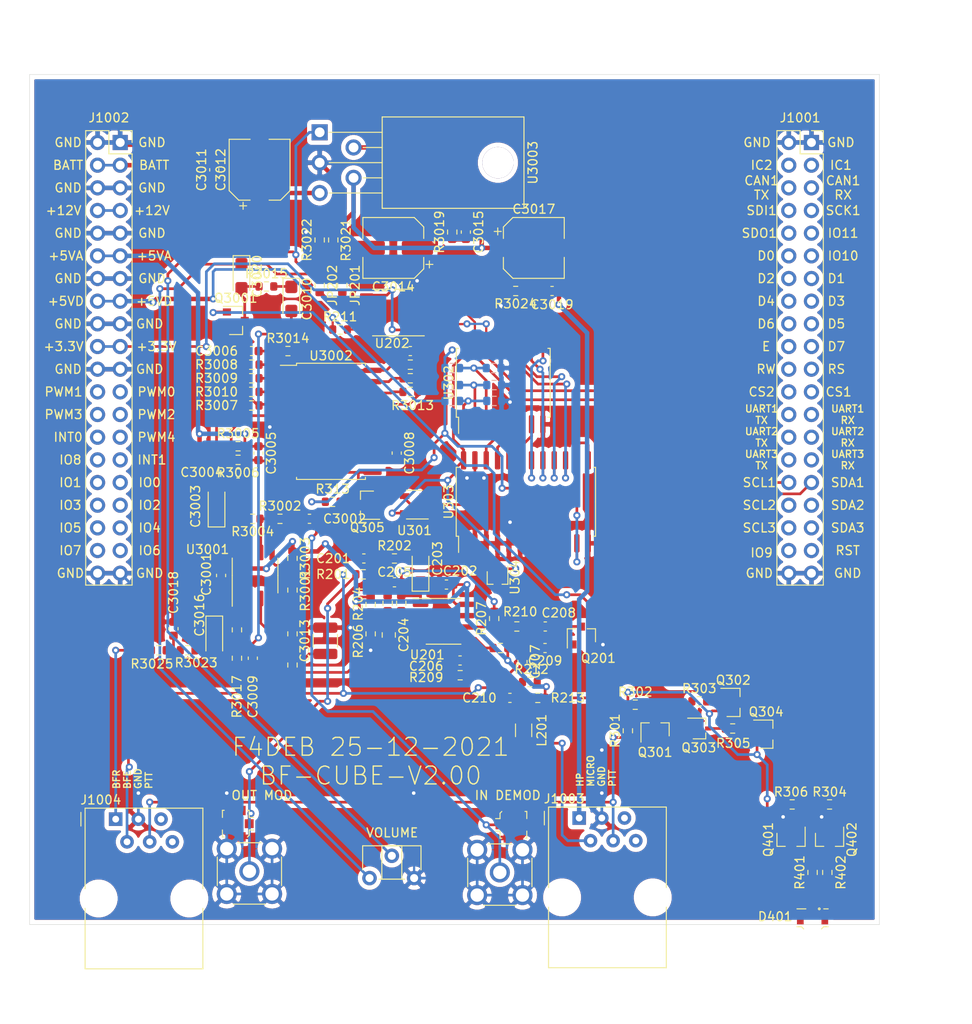
<source format=kicad_pcb>
(kicad_pcb (version 20211014) (generator pcbnew)
  (layers (0 "F.Cu" signal) (31 "B.Cu" signal) (34 "B.Paste" user) (35 "F.Paste" user) (36 "B.SilkS" user "B.Silkscreen") (37 "F.SilkS" user "F.Silkscreen") (38 "B.Mask" user) (39 "F.Mask" user) (44 "Edge.Cuts" user))
  (net 0 "")
  (net 1 "GND")
  (net 2 "+3V3")
  (net 3 "+BATT")
  (net 4 "+12V")
  (net 5 "+5VA")
  (net 6 "+5VD")
  (net 7 "Net-(C3002-Pad1)")
  (net 8 "Net-(C3004-Pad2)")
  (net 9 "Net-(C3004-Pad1)")
  (net 10 "Net-(C3007-Pad2)")
  (net 11 "Net-(C3018-Pad1)")
  (net 12 "Net-(R3001-Pad1)")
  (net 13 "Net-(R3002-Pad1)")
  (net 14 "Net-(C3006-Pad1)")
  (net 15 "Net-(C3006-Pad2)")
  (net 16 "Net-(C3007-Pad1)")
  (net 17 "Net-(C3008-Pad1)")
  (net 18 "Net-(C3009-Pad1)")
  (net 19 "Net-(C3015-Pad1)")
  (net 20 "Net-(C3015-Pad2)")
  (net 21 "Net-(C3019-Pad2)")
  (net 22 "Net-(C3003-Pad1)")
  (net 23 "Net-(C3003-Pad2)")
  (net 24 "Net-(R3009-Pad1)")
  (net 25 "Net-(R3010-Pad1)")
  (net 26 "Net-(R3012-Pad2)")
  (net 27 "Net-(R3013-Pad2)")
  (net 28 "Net-(C3010-Pad1)")
  (net 29 "Net-(C3013-Pad1)")
  (net 30 "Net-(R3017-Pad1)")
  (net 31 "Net-(C3014-Pad1)")
  (net 32 "Net-(C3016-Pad1)")
  (net 33 "Net-(C3014-Pad2)")
  (net 34 "Net-(C3016-Pad2)")
  (net 35 "Net-(C3020-Pad2)")
  (net 36 "Net-(C3020-Pad1)")
  (net 37 "Net-(C201-Pad1)")
  (net 38 "Net-(C203-Pad1)")
  (net 39 "Net-(C203-Pad2)")
  (net 40 "Net-(C204-Pad1)")
  (net 41 "Net-(C205-Pad2)")
  (net 42 "Net-(C205-Pad1)")
  (net 43 "/PTT")
  (net 44 "Net-(C208-Pad1)")
  (net 45 "Net-(R203-Pad2)")
  (net 46 "Net-(C206-Pad2)")
  (net 47 "Net-(C208-Pad2)")
  (net 48 "Net-(C210-Pad1)")
  (net 49 "Net-(R207-Pad1)")
  (net 50 "/HP")
  (net 51 "Net-(D401-Pad1)")
  (net 52 "Net-(D401-Pad2)")
  (net 53 "/SCL1")
  (net 54 "/SDA1")
  (net 55 "/MICRO")
  (net 56 "/BFE")
  (net 57 "/BFR")
  (net 58 "/CMD-RX")
  (net 59 "Net-(Q301-Pad3)")
  (net 60 "Net-(Q302-Pad1)")
  (net 61 "/CMD-TX")
  (net 62 "Net-(Q303-Pad3)")
  (net 63 "Net-(Q304-Pad1)")
  (net 64 "Net-(Q401-Pad3)")
  (net 65 "Net-(Q402-Pad3)")
  (net 66 "Net-(R307-Pad2)")
  (net 67 "Net-(R309-Pad1)")
  (net 68 "Net-(R311-Pad2)")
  (net 69 "Net-(U301-Pad2)")
  (net 70 "Net-(U302-Pad4)")
  (net 71 "Net-(U302-Pad5)")
  (net 72 "Net-(U302-Pad6)")
  (net 73 "Net-(U302-Pad7)")
  (net 74 "Net-(U302-Pad9)")
  (net 75 "Net-(U302-Pad10)")
  (net 76 "Net-(U302-Pad11)")
  (net 77 "Net-(U302-Pad12)")
  (net 78 "Net-(U303-Pad1)")
  (net 79 "/Audio-out/OSC-MF10/FOSC")
  (net 80 "Net-(JP201-Pad1)")
  (net 81 "Net-(JP201-Pad2)")
  (net 82 "Net-(JP202-Pad2)")
  (net 83 "Net-(R211-Pad2)")
  (net 84 "Net-(Q305-Pad1)")
  (net 85 "Net-(C207-Pad2)")
  (net 86 "/DEMOD")
  (net 87 "/MOD")
  (footprint "Connector_PinSocket_2.54mm:PinSocket_2x20_P2.54mm_Vertical" (layer "F.Cu") (at 214.63 58.42)
    (fp_text reference "J1001")
    (fp_text value "Conn_02x20_Odd_Even")
  )
  (footprint "Connector_PinSocket_2.54mm:PinSocket_2x20_P2.54mm_Vertical" (layer "F.Cu") (at 137.16 58.42)
    (fp_text reference "J1002")
    (fp_text value "Conn_02x20_Odd_Even")
  )
  (footprint "Capacitor_SMD:C_0603_1608Metric" (layer "F.Cu") (at 148.463 106.934 -90)
    (fp_text reference "C3001")
    (fp_text value "100n")
  )
  (footprint "Capacitor_SMD:C_0603_1608Metric" (layer "F.Cu") (at 158.369 100.584)
    (fp_text reference "C3002")
    (fp_text value "C")
  )
  (footprint "Capacitor_SMD:C_0603_1608Metric" (layer "F.Cu") (at 150.368 95.504 180)
    (fp_text reference "C3004")
    (fp_text value "100n")
  )
  (footprint "Capacitor_SMD:C_0603_1608Metric" (layer "F.Cu") (at 152.654 93.231 -90)
    (fp_text reference "C3005")
    (fp_text value "100n")
  )
  (footprint "Capacitor_SMD:C_0603_1608Metric" (layer "F.Cu") (at 151.892 81.788 180)
    (fp_text reference "C3006")
    (fp_text value "C")
  )
  (footprint "Capacitor_SMD:C_0603_1608Metric" (layer "F.Cu") (at 169.672 81.788 180)
    (fp_text reference "C3007" hide)
    (fp_text value "C")
  )
  (footprint "Capacitor_SMD:C_0603_1608Metric" (layer "F.Cu") (at 152.019 116.205 90)
    (fp_text reference "C3009")
    (fp_text value "C")
  )
  (footprint "Capacitor_SMD:C_0603_1608Metric" (layer "F.Cu") (at 147.701 61.481 90)
    (fp_text reference "C3011")
    (fp_text value "100n")
  )
  (footprint "Capacitor_SMD:C_0603_1608Metric" (layer "F.Cu") (at 175.895 68.453 -90)
    (fp_text reference "C3015")
    (fp_text value "47n")
  )
  (footprint "Capacitor_SMD:C_0603_1608Metric" (layer "F.Cu") (at 143.129 112.903 90)
    (fp_text reference "C3018")
    (fp_text value "1n")
  )
  (footprint "Capacitor_SMD:C_0603_1608Metric" (layer "F.Cu") (at 185.56 75.057 180)
    (fp_text reference "C3019")
    (fp_text value "0.1µ")
  )
  (footprint "Package_TO_SOT_SMD:SOT-23" (layer "F.Cu") (at 150.114 78.359)
    (fp_text reference "Q3001")
    (fp_text value "BSS123")
  )
  (footprint "Connector_RJ:RJ12_Amphenol_54601" (layer "F.Cu") (at 188.595 134.112)
    (fp_text reference "J1003")
    (fp_text value "RJ12")
  )
  (footprint "Connector_RJ:RJ12_Amphenol_54601" (layer "F.Cu") (at 136.652 134.239)
    (fp_text reference "J1004")
    (fp_text value "RJ12")
  )
  (footprint "Resistor_SMD:R_0603_1608Metric" (layer "F.Cu") (at 151.892 87.884 180)
    (fp_text reference "R3007")
    (fp_text value "R")
  )
  (footprint "Resistor_SMD:R_0603_1608Metric" (layer "F.Cu") (at 151.892 83.312 180)
    (fp_text reference "R3008")
    (fp_text value "R")
  )
  (footprint "Resistor_SMD:R_0603_1608Metric" (layer "F.Cu") (at 151.892 84.836 180)
    (fp_text reference "R3009")
    (fp_text value "R")
  )
  (footprint "Resistor_SMD:R_0603_1608Metric" (layer "F.Cu") (at 151.892 86.36 180)
    (fp_text reference "R3010")
    (fp_text value "R")
  )
  (footprint "Resistor_SMD:R_0603_1608Metric" (layer "F.Cu") (at 169.672 83.312 180)
    (fp_text reference "R3011" hide)
    (fp_text value "R")
  )
  (footprint "Resistor_SMD:R_0603_1608Metric" (layer "F.Cu") (at 169.672 84.836 180)
    (fp_text reference "R3012" hide)
    (fp_text value "R")
  )
  (footprint "Resistor_SMD:R_0603_1608Metric" (layer "F.Cu") (at 169.672 86.36 180)
    (fp_text reference "R3013")
    (fp_text value "R")
  )
  (footprint "Resistor_SMD:R_0603_1608Metric" (layer "F.Cu") (at 155.956 81.788)
    (fp_text reference "R3014")
    (fp_text value "R")
  )
  (footprint "Resistor_SMD:R_0603_1608Metric" (layer "F.Cu") (at 156.464 113.474 90)
    (fp_text reference "R3016" hide)
    (fp_text value "100k")
  )
  (footprint "Resistor_SMD:R_0603_1608Metric" (layer "F.Cu") (at 150.241 116.205 -90)
    (fp_text reference "R3017")
    (fp_text value "100k")
  )
  (footprint "Resistor_SMD:R_0603_1608Metric" (layer "F.Cu") (at 156.464 116.967 90)
    (fp_text reference "R3018" hide)
    (fp_text value "100k")
  )
  (footprint "Resistor_SMD:R_0603_1608Metric" (layer "F.Cu") (at 174.371 68.453 90)
    (fp_text reference "R3019")
    (fp_text value "47")
  )
  (footprint "Resistor_SMD:R_0603_1608Metric" (layer "F.Cu") (at 161.036 69.342 -90)
    (fp_text reference "R3021")
    (fp_text value "220")
  )
  (footprint "Resistor_SMD:R_0603_1608Metric" (layer "F.Cu") (at 159.512 69.342 90)
    (fp_text reference "R3022")
    (fp_text value "2.2")
  )
  (footprint "Resistor_SMD:R_0603_1608Metric" (layer "F.Cu") (at 144.716 115.316)
    (fp_text reference "R3023")
    (fp_text value "220")
  )
  (footprint "Resistor_SMD:R_0603_1608Metric" (layer "F.Cu") (at 181.483 75.057 180)
    (fp_text reference "R3024")
    (fp_text value "1")
  )
  (footprint "Resistor_SMD:R_0603_1608Metric" (layer "F.Cu") (at 141.478 115.316)
    (fp_text reference "R3025")
    (fp_text value "470")
  )
  (footprint "Package_SO:SO-8_3.9x4.9mm_P1.27mm" (layer "F.Cu") (at 152.273 106.934 90)
    (fp_text reference "U3001")
    (fp_text value "MC33172")
  )
  (footprint "Capacitor_Tantalum_SMD:CP_EIA-3216-18_Kemet-A" (layer "F.Cu") (at 147.955 99.187 90)
    (fp_text reference "C3003")
    (fp_text value "10µ")
  )
  (footprint "Capacitor_Tantalum_SMD:CP_EIA-3216-18_Kemet-A" (layer "F.Cu") (at 147.701 113.792 -90)
    (fp_text reference "C3016")
    (fp_text value "10µ")
  )
  (footprint "Capacitor_SMD:C_1210_3225Metric" (layer "F.Cu") (at 160.147 114.251 90)
    (fp_text reference "C3013")
    (fp_text value "1µ")
  )
  (footprint "Capacitor_Tantalum_SMD:CP_EIA-3216-18_Kemet-A" (layer "F.Cu") (at 156.337 75.946 -90)
    (fp_text reference "C3010")
    (fp_text value "10µ")
  )
  (footprint "Capacitor_Tantalum_SMD:CP_EIA-3216-18_Kemet-A" (layer "F.Cu") (at 150.749 73.406 -90)
    (fp_text reference "C3020")
    (fp_text value "10µ")
  )
  (footprint "Capacitor_Tantalum_SMD:CP_EIA-3216-18_Kemet-A" (layer "F.Cu") (at 170.815 106.379 90)
    (fp_text reference "C203")
    (fp_text value "10µ")
  )
  (footprint "Capacitor_SMD:C_0603_1608Metric" (layer "F.Cu") (at 167.894 107.696)
    (fp_text reference "C205")
    (fp_text value "C")
  )
  (footprint "Capacitor_SMD:CP_Elec_6.3x5.4" (layer "F.Cu") (at 152.781 61.468 90)
    (fp_text reference "C3012")
    (fp_text value "220µ")
  )
  (footprint "Capacitor_SMD:CP_Elec_6.3x3.9" (layer "F.Cu") (at 167.767 70.231 180)
    (fp_text reference "C3014")
    (fp_text value "470µ")
  )
  (footprint "Capacitor_SMD:CP_Elec_6.3x4.9" (layer "F.Cu") (at 183.515 70.231)
    (fp_text reference "C3017")
    (fp_text value "1000µ")
  )
  (footprint "Resistor_SMD:R_0603_1608Metric" (layer "F.Cu") (at 164.402 106.807)
    (fp_text reference "R201")
    (fp_text value "470")
  )
  (footprint "Resistor_SMD:R_0603_1608Metric" (layer "F.Cu") (at 167.894 105.029)
    (fp_text reference "R202")
    (fp_text value "220")
  )
  (footprint "Resistor_SMD:R_0603_1608Metric" (layer "F.Cu") (at 168.656 110.045 -90)
    (fp_text reference "R203" hide)
    (fp_text value "100k")
  )
  (footprint "Resistor_SMD:R_0603_1608Metric" (layer "F.Cu") (at 167.132 110.046 90)
    (fp_text reference "R205" hide)
    (fp_text value "100k")
  )
  (footprint "Resistor_SMD:R_0603_1608Metric" (layer "F.Cu") (at 165.227 113.475 -90)
    (fp_text reference "R206")
    (fp_text value "100k")
  )
  (footprint "Capacitor_SMD:C_0603_1608Metric" (layer "F.Cu") (at 173.723 107.95 180)
    (fp_text reference "C202")
    (fp_text value "100n")
  )
  (footprint "Capacitor_SMD:C_0603_1608Metric" (layer "F.Cu") (at 175.247 116.459)
    (fp_text reference "C206")
    (fp_text value "100n")
  )
  (footprint "Capacitor_SMD:C_0603_1608Metric" (layer "F.Cu") (at 184.798 112.649 180)
    (fp_text reference "C208")
    (fp_text value "100n")
  )
  (footprint "Capacitor_SMD:C_0603_1608Metric" (layer "F.Cu") (at 184.772 115.062 180)
    (fp_text reference "C209")
    (fp_text value "100n")
  )
  (footprint "Capacitor_SMD:C_0603_1608Metric" (layer "F.Cu") (at 180.835 120.65 180)
    (fp_text reference "C210")
    (fp_text value "C")
  )
  (footprint "Capacitor_SMD:C_1206_3216Metric" (layer "F.Cu") (at 182.372 124.284 -90)
    (fp_text reference "L201")
    (fp_text value "L")
  )
  (footprint "Resistor_SMD:R_0603_1608Metric" (layer "F.Cu") (at 179.07 111.76 90)
    (fp_text reference "R207")
    (fp_text value "100k")
  )
  (footprint "Resistor_SMD:R_0603_1608Metric" (layer "F.Cu") (at 179.768 115.062 180)
    (fp_text reference "R208" hide)
    (fp_text value "100k")
  )
  (footprint "Resistor_SMD:R_0603_1608Metric" (layer "F.Cu") (at 175.26 118.11)
    (fp_text reference "R209")
    (fp_text value "R")
  )
  (footprint "Resistor_SMD:R_0603_1608Metric" (layer "F.Cu") (at 181.61 112.649 180)
    (fp_text reference "R210")
    (fp_text value "100k")
  )
  (footprint "Resistor_SMD:R_0603_1608Metric" (layer "F.Cu") (at 183.071 118.872)
    (fp_text reference "R212")
    (fp_text value "22k")
  )
  (footprint "Resistor_SMD:R_0603_1608Metric" (layer "F.Cu") (at 183.959 120.65 180)
    (fp_text reference "R213")
    (fp_text value "680")
  )
  (footprint "Package_SO:SO-8_3.9x4.9mm_P1.27mm" (layer "F.Cu") (at 173.397001 112.072001)
    (fp_text reference "U201")
    (fp_text value "MC33172")
  )
  (footprint "Capacitor_SMD:C_0603_1608Metric" (layer "F.Cu") (at 168.148 93.218 -90)
    (fp_text reference "C3008")
    (fp_text value "100n")
  )
  (footprint "LED_SMD:LED_LiteOn_LTST-S326" (layer "F.Cu") (at 214.757 145.288 -90)
    (fp_text reference "D401")
    (fp_text value "LED_Dual_CCA")
  )
  (footprint "Package_TO_SOT_SMD:SOT-23" (layer "F.Cu") (at 188.849 113.665 90)
    (fp_text reference "Q201")
    (fp_text value "BSS123")
  )
  (footprint "Package_TO_SOT_SMD:SOT-23" (layer "F.Cu") (at 212.344 136.525 -90)
    (fp_text reference "Q401")
    (fp_text value "BSS123")
  )
  (footprint "Package_TO_SOT_SMD:SOT-23" (layer "F.Cu") (at 216.662 136.525 -90)
    (fp_text reference "Q402")
    (fp_text value "BSS123")
  )
  (footprint "Resistor_SMD:R_0603_1608Metric" (layer "F.Cu") (at 194.056 124.333 90)
    (fp_text reference "R301")
    (fp_text value "100k")
  )
  (footprint "Resistor_SMD:R_0603_1608Metric" (layer "F.Cu") (at 194.882 121.412)
    (fp_text reference "R302")
    (fp_text value "10k")
  )
  (footprint "Resistor_SMD:R_0603_1608Metric" (layer "F.Cu") (at 202.057 121.031)
    (fp_text reference "R303")
    (fp_text value "1k")
  )
  (footprint "Resistor_SMD:R_0603_1608Metric" (layer "F.Cu") (at 216.662 132.588 180)
    (fp_text reference "R304")
    (fp_text value "100k")
  )
  (footprint "Resistor_SMD:R_0603_1608Metric" (layer "F.Cu") (at 205.803 124.079)
    (fp_text reference "R305")
    (fp_text value "1k")
  )
  (footprint "Resistor_SMD:R_0603_1608Metric" (layer "F.Cu") (at 212.471 132.588 180)
    (fp_text reference "R306")
    (fp_text value "100k")
  )
  (footprint "Resistor_SMD:R_0603_1608Metric" (layer "F.Cu") (at 216.408 140.208 90)
    (fp_text reference "R402")
    (fp_text value "1k")
  )
  (footprint "Package_TO_SOT_SMD:SOT-23-5" (layer "F.Cu") (at 170.137 98.994 180)
    (fp_text reference "U301")
    (fp_text value "74LVC1G80")
  )
  (footprint "Package_TO_SOT_THT:TO-220-5_P3.4x3.8mm_StaggerOdd_Lead7.13mm_TabDown" (layer "F.Cu") (at 159.512 57.277 -90)
    (fp_text reference "U3003")
    (fp_text value "TDA2003")
  )
  (footprint "Package_TO_SOT_SMD:SOT-323_SC-70" (layer "F.Cu") (at 179.451 107.188 -90)
    (fp_text reference "U304")
    (fp_text value "MAX7375AXR805")
  )
  (footprint "Package_SO:SOIC-16W_7.5x10.3mm_P1.27mm" (layer "F.Cu") (at 180.086 85.344 90)
    (fp_text reference "U302")
    (fp_text value "PCF8574")
  )
  (footprint "Package_SO:SOIC-24W_7.5x15.4mm_P1.27mm" (layer "F.Cu") (at 182.626 98.679 90)
    (fp_text reference "U303")
    (fp_text value "74HC4059")
  )
  (footprint "Package_SO:SOIC-20W_7.5x12.8mm_P1.27mm" (layer "F.Cu") (at 160.782 89.662)
    (fp_text reference "U3002")
    (fp_text value "MF10")
  )
  (footprint "Resistor_SMD:R_0603_1608Metric" (layer "F.Cu") (at 150.241 113.03 -90)
    (fp_text reference "R3020" hide)
    (fp_text value "100k")
  )
  (footprint "Resistor_SMD:R_0603_1608Metric" (layer "F.Cu") (at 161.798 79.375)
    (fp_text reference "R211")
    (fp_text value "0")
  )
  (footprint "Package_SO:TSSOP-14_4.4x5mm_P0.65mm" (layer "F.Cu") (at 167.64 77.47 180)
    (fp_text reference "U202")
    (fp_text value "MCP45HV51-ST")
  )
  (footprint "Potentiometer_THT:Potentiometer_Piher_PT-6-H_Horizontal" (layer "F.Cu") (at 165.1 140.843 90)
    (fp_text reference "RV201" hide)
    (fp_text value "R_POT")
  )
  (footprint "Package_TO_SOT_SMD:SOT-23" (layer "F.Cu") (at 197.104 124.206 90)
    (fp_text reference "Q301")
    (fp_text value "BSS123")
  )
  (footprint "Package_TO_SOT_SMD:SOT-23" (layer "F.Cu") (at 205.867 121.158)
    (fp_text reference "Q302")
    (fp_text value "BC807W")
  )
  (footprint "Package_TO_SOT_SMD:SOT-323_SC-70" (layer "F.Cu") (at 202.057 124.079)
    (fp_text reference "Q303")
    (fp_text value "BC847")
  )
  (footprint "Package_TO_SOT_SMD:SOT-23" (layer "F.Cu") (at 209.55 124.714)
    (fp_text reference "Q304")
    (fp_text value "BC807W")
  )
  (footprint "Resistor_SMD:R_0603_1608Metric" (layer "F.Cu") (at 165.227 110.172 -90)
    (fp_text reference "R204")
    (fp_text value "100k")
  )
  (footprint "Resistor_SMD:R_0603_1608Metric" (layer "F.Cu") (at 214.757 140.208 90)
    (fp_text reference "R401")
    (fp_text value "1k")
  )
  (footprint "Capacitor_SMD:C_0805_2012Metric" (layer "F.Cu") (at 167.259 113.599 -90)
    (fp_text reference "C204")
    (fp_text value "1µ")
  )
  (footprint "Resistor_SMD:R_0603_1608Metric" (layer "F.Cu") (at 156.464 108.572 -90)
    (fp_text reference "R3001")
    (fp_text value "100k")
  )
  (footprint "Capacitor_SMD:C_0603_1608Metric" (layer "F.Cu") (at 164.465 105.029 180)
    (fp_text reference "C201")
    (fp_text value "1n")
  )
  (footprint "Resistor_SMD:R_0603_1608Metric" (layer "F.Cu") (at 155.067 100.584)
    (fp_text reference "R3002")
    (fp_text value "100k")
  )
  (footprint "Resistor_SMD:R_0603_1608Metric" (layer "F.Cu") (at 156.464 105.016 -90)
    (fp_text reference "R3003")
    (fp_text value "100k")
  )
  (footprint "Resistor_SMD:R_0603_1608Metric" (layer "F.Cu") (at 152.006 100.584 180)
    (fp_text reference "R3004")
    (fp_text value "100k")
  )
  (footprint "Resistor_SMD:R_0603_1608Metric" (layer "F.Cu") (at 150.368 92.456)
    (fp_text reference "R3005")
    (fp_text value "10k")
  )
  (footprint "Resistor_SMD:R_0603_1608Metric" (layer "F.Cu") (at 150.368 93.98 180)
    (fp_text reference "R3006")
    (fp_text value "10k")
  )
  (footprint "Package_TO_SOT_SMD:SOT-23" (layer "F.Cu") (at 164.846 99.06 180)
    (fp_text reference "Q305")
    (fp_text value "BSS123")
  )
  (footprint "Resistor_SMD:R_0603_1608Metric" (layer "F.Cu") (at 160.973 98.679)
    (fp_text reference "R313")
    (fp_text value "R")
  )
  (footprint "Resistor_SMD:R_0603_1608Metric" (layer "F.Cu") (at 162.052 74.422 -90)
    (fp_text reference "JP201")
    (fp_text value "Jumper_NO_Small")
  )
  (footprint "Resistor_SMD:R_0603_1608Metric" (layer "F.Cu") (at 159.512 74.422 -90)
    (fp_text reference "JP202")
    (fp_text value "Jumper_NO_Small")
  )
  (footprint "Resistor_SMD:R_0603_1608Metric" (layer "F.Cu") (at 153.543 74.549)
    (fp_text reference "R3015")
    (fp_text value "100")
  )
  (footprint "Capacitor_SMD:C_0603_1608Metric" (layer "F.Cu") (at 182.245 116.586 -90)
    (fp_text reference "C207")
    (fp_text value "C")
  )
  (footprint "Connector_Coaxial:SMA_Molex_73251-2200_Horizontal" (layer "F.Cu") (at 151.638 140.081 180)
    (fp_text reference "J101" hide)
    (fp_text value "Conn_Coaxial")
  )
  (footprint "Connector_Coaxial:SMA_Molex_73251-2200_Horizontal" (layer "F.Cu") (at 179.705 140.208 180)
    (fp_text reference "J102" hide)
    (fp_text value "Conn_Coaxial")
  )
  (footprint "Connector_Coaxial:U.FL_Molex_MCRF_73412-0110_Vertical" (layer "F.Cu") (at 150.114 134.747 90)
    (fp_text reference "J103" hide)
    (fp_text value "Conn_Coaxial")
  )
  (footprint "Connector_Coaxial:U.FL_Molex_MCRF_73412-0110_Vertical" (layer "F.Cu") (at 181.229 134.874 -90)
    (fp_text reference "J104" hide)
    (fp_text value "Conn_Coaxial")
  )
  (footprint "Resistor_SMD:R_0603_1608Metric" (layer "B.Cu") (at 174.371 83.693)
    (fp_text reference "R311" hide)
    (fp_text value "47k")
  )
  (footprint "Resistor_SMD:R_0603_1608Metric" (layer "B.Cu") (at 179.07 85.598 180)
    (fp_text reference "R310" hide)
    (fp_text value "47k")
  )
  (footprint "Resistor_SMD:R_0603_1608Metric" (layer "B.Cu") (at 174.371 85.598 180)
    (fp_text reference "R309" hide)
    (fp_text value "47k")
  )
  (footprint "Resistor_SMD:R_0603_1608Metric" (layer "B.Cu") (at 179.07 87.376)
    (fp_text reference "R308" hide)
    (fp_text value "47k")
  )
  (footprint "Resistor_SMD:R_0603_1608Metric" (layer "B.Cu") (at 174.371 87.376)
    (fp_text reference "R307" hide)
    (fp_text value "47k")
  )
  (footprint "Resistor_SMD:R_0603_1608Metric" (layer "B.Cu") (at 179.007 83.693 180)
    (fp_text reference "R312" hide)
    (fp_text value "47k")
  )
  (gr_line (start 127 146.05) (end 127 50.8) (layer "Edge.Cuts") (width 0.05))
  (gr_line (start 127 50.8) (end 222.25 50.8) (layer "Edge.Cuts") (width 0.05))
  (gr_line (start 222.25 146.05) (end 127 146.05) (layer "Edge.Cuts") (width 0.05))
  (gr_line (start 222.25 50.8) (end 222.25 146.05) (layer "Edge.Cuts") (width 0.05))
  (gr_text "UART3\nTX" (at 209.042 93.98) (layer "F.SilkS") (effects (font (size 0.8 0.8))))
  (gr_text "HP\nMICRO\nGND\nPTT" (at 190.5 130.683 90) (layer "F.SilkS") (effects (font (size 0.75 0.75)) (justify left)))
  (gr_text "GND" (at 208.788 106.68) (layer "F.SilkS") (effects (font (size 1 1))))
  (gr_text "IO1" (at 131.572 96.52) (layer "F.SilkS") (effects (font (size 1 1))))
  (gr_text "D6" (at 209.55 78.74) (layer "F.SilkS") (effects (font (size 1 1))))
  (gr_text "SDA3" (at 218.694 101.6) (layer "F.SilkS") (effects (font (size 1 1))))
  (gr_text "CS1" (at 217.678 86.36) (layer "F.SilkS") (effects (font (size 1 1))))
  (gr_text "PWM2" (at 141.224 88.9) (layer "F.SilkS") (effects (font (size 1 1))))
  (gr_text "IN DEMOD" (at 180.594 131.572) (layer "F.SilkS") (effects (font (size 1 1))))
  (gr_text "D5" (at 217.424 78.74) (layer "F.SilkS") (effects (font (size 1 1))))
  (gr_text "SDO1" (at 208.788 68.58) (layer "F.SilkS") (effects (font (size 1 1))))
  (gr_text "D7" (at 217.424 81.28) (layer "F.SilkS") (effects (font (size 1 1))))
  (gr_text "PWM3" (at 130.81 88.9) (layer "F.SilkS") (effects (font (size 1 1))))
  (gr_text "SDI1" (at 209.042 66.04) (layer "F.SilkS") (effects (font (size 1 1))))
  (gr_text "UART2\nTX" (at 209.042 91.44) (layer "F.SilkS") (effects (font (size 0.8 0.8))))
  (gr_text "+5VA" (at 131.064 71.12) (layer "F.SilkS") (effects (font (size 1 1))))
  (gr_text "GND" (at 140.462 83.82) (layer "F.SilkS") (effects (font (size 1 1))))
  (gr_text "GND" (at 140.462 106.68) (layer "F.SilkS") (effects (font (size 1 1))))
  (gr_text "GND" (at 131.318 68.58) (layer "F.SilkS") (effects (font (size 1 1))))
  (gr_text "SDA2" (at 218.694 99.06) (layer "F.SilkS") (effects (font (size 1 1))))
  (gr_text "E" (at 209.55 81.28) (layer "F.SilkS") (effects (font (size 1 1))))
  (gr_text "BATT" (at 131.318 60.96) (layer "F.SilkS") (effects (font (size 1 1))))
  (gr_text "F4DEB 25-12-2021\nBF-CUBE-V2.00" (at 165.227 127.762) (layer "F.SilkS") (effects (font (size 2 2))))
  (gr_text "+12V" (at 130.81 66.04) (layer "F.SilkS") (effects (font (size 1 1))))
  (gr_text "GND" (at 131.318 78.74) (layer "F.SilkS") (effects (font (size 1 1))))
  (gr_text "SCL2" (at 208.788 99.06) (layer "F.SilkS") (effects (font (size 1 1))))
  (gr_text "+3.3V" (at 141.224 81.28) (layer "F.SilkS") (effects (font (size 1 1))))
  (gr_text "GND" (at 140.462 78.74) (layer "F.SilkS") (effects (font (size 1 1))))
  (gr_text "SDA1" (at 218.694 96.52) (layer "F.SilkS") (effects (font (size 1 1))))
  (gr_text "GND" (at 131.318 83.82) (layer "F.SilkS") (effects (font (size 1 1))))
  (gr_text "PWM4" (at 141.224 91.44) (layer "F.SilkS") (effects (font (size 1 1))))
  (gr_text "IC1" (at 217.932 60.96) (layer "F.SilkS") (effects (font (size 1 1))))
  (gr_text "GND" (at 131.318 73.66) (layer "F.SilkS") (effects (font (size 1 1))))
  (gr_text "GND" (at 217.932 58.42) (layer "F.SilkS") (effects (font (size 1 1))))
  (gr_text "BFR\nBFE\nGND\nPTT" (at 138.557 130.937 90) (layer "F.SilkS") (effects (font (size 0.75 0.75)) (justify left)))
  (gr_text "IO9" (at 209.042 104.394) (layer "F.SilkS") (effects (font (size 1 1))))
  (gr_text "IO11" (at 218.186 68.58) (layer "F.SilkS") (effects (font (size 1 1))))
  (gr_text "OUT MOD" (at 153.035 131.572) (layer "F.SilkS") (effects (font (size 1 1))))
  (gr_text "D4" (at 209.55 76.2) (layer "F.SilkS") (effects (font (size 1 1))))
  (gr_text "IO5" (at 131.572 101.6) (layer "F.SilkS") (effects (font (size 1 1))))
  (gr_text "+12V" (at 140.716 66.04) (layer "F.SilkS") (effects (font (size 1 1))))
  (gr_text "CS2" (at 209.042 86.36) (layer "F.SilkS") (effects (font (size 1 1))))
  (gr_text "CAN1\nRX" (at 218.186 63.5) (layer "F.SilkS") (effects (font (size 1 1))))
  (gr_text "IO4" (at 140.462 101.6) (layer "F.SilkS") (effects (font (size 1 1))))
  (gr_text "RST" (at 218.694 104.14) (layer "F.SilkS") (effects (font (size 1 1))))
  (gr_text "+3.3V" (at 130.81 81.28) (layer "F.SilkS") (effects (font (size 1 1))))
  (gr_text "D3" (at 217.424 76.2) (layer "F.SilkS") (effects (font (size 1 1))))
  (gr_text "IO8" (at 131.572 93.98) (layer "F.SilkS") (effects (font (size 1 1))))
  (gr_text "GND" (at 140.716 73.66) (layer "F.SilkS") (effects (font (size 1 1))))
  (gr_text "GND" (at 140.716 58.42) (layer "F.SilkS") (effects (font (size 1 1))))
  (gr_text "UART1\nTX" (at 209.042 88.9) (layer "F.SilkS") (effects (font (size 0.8 0.8))))
  (gr_text "GND" (at 140.716 63.5) (layer "F.SilkS") (effects (font (size 1 1))))
  (gr_text "GND" (at 131.572 106.68) (layer "F.SilkS") (effects (font (size 1 1))))
  (gr_text "+5VD" (at 131.064 76.2) (layer "F.SilkS") (effects (font (size 1 1))))
  (gr_text "SCL1" (at 208.788 96.52) (layer "F.SilkS") (effects (font (size 1 1))))
  (gr_text "PWM1" (at 130.81 86.36) (layer "F.SilkS") (effects (font (size 1 1))))
  (gr_text "IO6" (at 140.462 104.14) (layer "F.SilkS") (effects (font (size 1 1))))
  (gr_text "RW" (at 209.55 83.82) (layer "F.SilkS") (effects (font (size 1 1))))
  (gr_text "SCK1" (at 218.186 66.04) (layer "F.SilkS") (effects (font (size 1 1))))
  (gr_text "UART2\nRX" (at 218.694 91.44) (layer "F.SilkS") (effects (font (size 0.8 0.8))))
  (gr_text "D2" (at 209.55 73.66) (layer "F.SilkS") (effects (font (size 1 1))))
  (gr_text "GND" (at 131.318 58.42) (layer "F.SilkS") (effects (font (size 1 1))))
  (gr_text "UART3\nRX" (at 218.694 93.98) (layer "F.SilkS") (effects (font (size 0.8 0.8))))
  (gr_text "IO2" (at 140.462 99.06) (layer "F.SilkS") (effects (font (size 1 1))))
  (gr_text "+5VA" (at 140.97 71.12) (layer "F.SilkS") (effects (font (size 1 1))))
  (gr_text "INT1" (at 140.716 93.98) (layer "F.SilkS") (effects (font (size 1 1))))
  (gr_text "GND" (at 140.716 68.58) (layer "F.SilkS") (effects (font (size 1 1))))
  (gr_text "IO10" (at 218.186 71.12) (layer "F.SilkS") (effects (font (size 1 1))))
  (gr_text "GND" (at 218.694 106.68) (layer "F.SilkS") (effects (font (size 1 1))))
  (gr_text "D1" (at 217.424 73.66) (layer "F.SilkS") (effects (font (size 1 1))))
  (gr_text "IO0" (at 140.462 96.52) (layer "F.SilkS") (effects (font (size 1 1))))
  (gr_text "RS" (at 217.424 83.82) (layer "F.SilkS") (effects (font (size 1 1))))
  (gr_text "IO3" (at 131.572 99.06) (layer "F.SilkS") (effects (font (size 1 1))))
  (gr_text "BATT" (at 140.97 60.96) (layer "F.SilkS") (effects (font (size 1 1))))
  (gr_text "GND" (at 208.534 58.42) (layer "F.SilkS") (effects (font (size 1 1))))
  (gr_text "IO7" (at 131.572 104.14) (layer "F.SilkS") (effects (font (size 1 1))))
  (gr_text "IC2" (at 209.042 60.96) (layer "F.SilkS") (effects (font (size 1 1))))
  (gr_text "CAN1\nTX" (at 209.042 63.5) (layer "F.SilkS") (effects (font (size 1 1))))
  (gr_text "INT0" (at 131.318 91.44) (layer "F.SilkS") (effects (font (size 1 1))))
  (gr_text "GND" (at 131.318 63.5) (layer "F.SilkS") (effects (font (size 1 1))))
  (gr_text "SCL3" (at 208.788 101.6) (layer "F.SilkS") (effects (font (size 1 1))))
  (gr_text "+5VD" (at 140.97 76.2) (layer "F.SilkS") (effects (font (size 1 1))))
  (gr_text "PWM0" (at 141.224 86.36) (layer "F.SilkS") (effects (font (size 1 1))))
  (gr_text "UART1\nRX" (at 218.694 88.9) (layer "F.SilkS") (effects (font (size 0.8 0.8))))
  (gr_text "D0" (at 209.55 71.12) (layer "F.SilkS") (effects (font (size 1 1))))
  (gr_text "VOLUME" (at 167.64 135.763) (layer "F.SilkS") (effects (font (size 1 1))))
  (segment (start 180.848 100.965) (end 172.974 100.965) (width 0.3) (layer "F.Cu") (net 1))
  (segment (start 172.847 101.092) (end 177.038 101.092) (width 0.3) (layer "F.Cu") (net 1))
  (segment (start 182.245 137.668) (end 182.245 137.365) (width 0.3) (layer "F.Cu") (net 1))
  (segment (start 199.914 125.206) (end 198.054 125.206) (width 0.3) (layer "F.Cu") (net 1))
  (segment (start 169.613999 113.977001) (end 169.042 114.549) (width 0.3) (layer "F.Cu") (net 1))
  (segment (start 197.768 60.677) (end 200.025 58.42) (width 0.3) (layer "F.Cu") (net 1))
  (segment (start 187.071 100.965) (end 188.976 100.965) (width 0.3) (layer "F.Cu") (net 1))
  (segment (start 189.611 103.329) (end 204.421 103.329) (width 0.3) (layer "F.Cu") (net 1))
  (segment (start 175.641 99.949) (end 172.593 99.949) (width 0.3) (layer "F.Cu") (net 1))
  (segment (start 170.5025 76.17) (end 170.5025 75.52) (width 0.3) (layer "F.Cu") (net 1))
  (segment (start 183.261 101.092) (end 183.134 100.965) (width 0.3) (layer "F.Cu") (net 1))
  (segment (start 161.417 62.582) (end 159.512 60.677) (width 0.5) (layer "F.Cu") (net 1))
  (segment (start 211.646 132.588) (end 211.646 133.286) (width 0.3) (layer "F.Cu") (net 1))
  (segment (start 182.167 136.349) (end 181.229 136.349) (width 0.3) (layer "F.Cu") (net 1))
  (segment (start 156.464 112.649) (end 156.464 109.347) (width 0.3) (layer "F.Cu") (net 1))
  (segment (start 165.476 114.549) (end 165.227 114.3) (width 0.3) (layer "F.Cu") (net 1))
  (segment (start 155.188 58.668) (end 157.197 60.677) (width 0.5) (layer "F.Cu") (net 1))
  (segment (start 179.451 108.188) (end 188.484 108.188) (width 0.3) (layer "F.Cu") (net 1))
  (segment (start 187.071 103.329) (end 187.071 100.965) (width 0.3) (layer "F.Cu") (net 1))
  (segment (start 164.7775 77.47) (end 164.7775 76.82) (width 0.25) (layer "F.Cu") (net 1))
  (segment (start 189.611 107.061) (end 189.611 103.329) (width 0.3) (layer "F.Cu") (net 1))
  (segment (start 182.729 134.215) (end 182.729 134.874) (width 0.3) (layer "F.Cu") (net 1))
  (segment (start 148.614 135.533) (end 149.303 136.222) (width 0.3) (layer "F.Cu") (net 1))
  (segment (start 176.149 95.885) (end 176.022 96.012) (width 0.3) (layer "F.Cu") (net 1))
  (segment (start 174.472 116.433) (end 174.472 116.459) (width 0.3) (layer "F.Cu") (net 1))
  (segment (start 180.06 120.65) (end 176.975 120.65) (width 0.3) (layer "F.Cu") (net 1))
  (segment (start 150.114 133.272) (end 149.049 133.272) (width 0.3) (layer "F.Cu") (net 1))
  (segment (start 172.593 101.092) (end 172.847 101.092) (width 0.3) (layer "F.Cu") (net 1))
  (segment (start 191.246 114.665) (end 191.262 114.681) (width 0.3) (layer "F.Cu") (net 1))
  (segment (start 147.701 58.789) (end 147.822 58.668) (width 0.5) (layer "F.Cu") (net 1))
  (segment (start 167.259 114.549) (end 165.476 114.549) (width 0.3) (layer "F.Cu") (net 1))
  (segment (start 152.781 58.668) (end 147.822 58.668) (width 0.5) (layer "F.Cu") (net 1))
  (segment (start 177.038 101.092) (end 177.165 100.965) (width 0.3) (layer "F.Cu") (net 1))
  (segment (start 156.132 90.297) (end 153.924 90.297) (width 0.3) (layer "F.Cu") (net 1))
  (segment (start 170.053 131.318) (end 191.135 131.318) (width 0.3) (layer "F.Cu") (net 1))
  (segment (start 170.5025 73.9825) (end 170.434 73.914) (width 0.25) (layer "F.Cu") (net 1))
  (segment (start 179.451 100.965) (end 178.181 100.965) (width 0.3) (layer "F.Cu") (net 1))
  (segment (start 207.772 106.68) (end 212.09 106.68) (width 0.3) (layer "F.Cu") (net 1))
  (segment (start 200.391 124.729) (end 199.914 125.206) (width 0.3) (layer "F.Cu") (net 1))
  (segment (start 215.712 134.046) (end 215.773 133.985) (width 0.3) (layer "F.Cu") (net 1))
  (segment (start 181.913 133.399) (end 182.729 134.215) (width 0.3) (layer "F.Cu") (net 1))
  (segment (start 188.484 108.188) (end 189.611 107.061) (width 0.3) (layer "F.Cu") (net 1))
  (segment (start 149.049 133.272) (end 148.614 133.707) (width 0.3) (layer "F.Cu") (net 1))
  (segment (start 172.016001 113.977001) (end 172.9105 114.8715) (width 0.3) (layer "F.Cu") (net 1))
  (segment (start 143.571 79.309) (end 143.002 78.74) (width 0.3) (layer "F.Cu") (net 1))
  (segment (start 171.237 97.323) (end 171.237 98.044) (width 0.3) (layer "F.Cu") (net 1))
  (segment (start 189.611 101.6) (end 189.611 103.329) (width 0.3) (layer "F.Cu") (net 1))
  (segment (start 148.614 133.707) (end 148.614 134.747) (width 0.3) (layer "F.Cu") (net 1))
  (segment (start 172.593 101.092) (end 163.703 101.092) (width 0.3) (layer "F.Cu") (net 1))
  (segment (start 159.512 68.517) (end 158.052 68.517) (width 0.25) (layer "F.Cu") (net 1))
  (segment (start 163.69 102.984) (end 162.7505 102.0445) (width 0.3) (layer "F.Cu") (net 1))
  (segment (start 211.646 133.286) (end 211.394 133.538) (width 0.3) (layer "F.Cu") (net 1))
  (segment (start 174.435 116.496) (end 174.472 116.459) (width 0.3) (layer "F.Cu") (net 1))
  (segment (start 149.098 137.541) (end 149.098 137.238) (width 0.3) (layer "F.Cu") (net 1))
  (segment (start 137.16 106.68) (end 140.462 106.68) (width 0.3) (layer "F.Cu") (net 1))
  (segment (start 215.837 132.588) (end 215.837 133.286) (width 0.3) (layer "F.Cu") (net 1))
  (segment (start 157.861 106.934) (end 157.861 108.966) (width 0.3) (layer "F.Cu") (net 1))
  (segment (start 156.464 112.649) (end 160.02 112.649) (width 0.3) (layer "F.Cu") (net 1))
  (segment (start 165.227 115.316) (end 165.227 114.3) (width 0.3) (layer "F.Cu") (net 1))
  (segment (start 168.372 77.694) (end 168.372 76.17) (width 0.3) (layer "F.Cu") (net 1))
  (segment (start 152.533 58.42) (end 152.781 58.668) (width 0.5) (layer "F.Cu") (net 1))
  (segment (start 164.7775 76.17) (end 164.7775 76.82) (width 0.25) (layer "F.Cu") (net 1))
  (segment (start 215.773 133.35) (end 215.773 133.985) (width 0.3) (layer "F.Cu") (net 1))
  (segment (start 165.846 98.11) (end 166.05 98.11) (width 0.3) (layer "F.Cu") (net 1))
  (segment (start 172.974 100.965) (end 172.847 101.092) (width 0.3) (layer "F.Cu") (net 1))
  (segment (start 181.356 88.011) (end 184.023 88.011) (width 0.3) (layer "F.Cu") (net 1))
  (segment (start 183.261 103.329) (end 183.261 101.092) (width 0.3) (layer "F.Cu") (net 1))
  (segment (start 179.832 76.708) (end 179.832 75.883) (width 0.3) (layer "F.Cu") (net 1))
  (segment (start 149.098 137.238) (end 150.114 136.222) (width 0.3) (layer "F.Cu") (net 1))
  (segment (start 215.712 135.525) (end 215.712 134.046) (width 0.3) (layer "F.Cu") (net 1))
  (segment (start 184.531 103.329) (end 184.531 100.965) (width 0.3) (layer "F.Cu") (net 1))
  (segment (start 202.439 126.111) (end 201.057 124.729) (width 0.3) (layer "F.Cu") (net 1))
  (segment (start 172.948 114.834) (end 172.9105 114.8715) (width 0.3) (layer "F.Cu") (net 1))
  (segment (start 154.34 109.347) (end 154.178 109.509) (width 0.3) (layer "F.Cu") (net 1))
  (segment (start 176.911 101.219) (end 176.911 103.329) (width 0.3) (layer "F.Cu") (net 1))
  (segment (start 183.134 100.965) (end 184.531 100.965) (width 0.3) (layer "F.Cu") (net 1))
  (segment (start 185.801 100.965) (end 187.071 100.965) (width 0.3) (layer "F.Cu") (net 1))
  (segment (start 149.303 136.222) (end 150.114 136.222) (width 0.3) (layer "F.Cu") (net 1))
  (segment (start 169.042 114.549) (end 167.259 114.549) (width 0.3) (layer "F.Cu") (net 1))
  (segment (start 191.135 126.492) (end 197.358 126.492) (width 0.3) (layer "F.Cu") (net 1))
  (segment (start 180.721 103.329) (end 180.721 101.092) (width 0.3) (layer "F.Cu") (net 1))
  (segment (start 177.927 96.012) (end 177.927 97.663) (width 0.3) (layer "F.Cu") (net 1))
  (segment (start 185.801 103.329) (end 185.801 100.965) (width 0.3) (layer "F.Cu") (net 1))
  (segment (start 168.798 78.12) (end 168.372 77.694) (width 0.3) (layer "F.Cu") (net 1))
  (segment (start 181.991 103.329) (end 181.991 100.965) (width 0.3) (layer "F.Cu") (net 1))
  (segment (start 170.561 96.647) (end 171.237 97.323) (width 0.3) (layer "F.Cu") (net 1))
  (segment (start 143.129 107.722) (end 143.142 107.709) (width 0.3) (layer "F.Cu") (net 1))
  (segment (start 157.197 60.677) (end 159.512 60.677) (width 0.5) (layer "F.Cu") (net 1))
  (segment (start 143.002 78.74) (end 137.16 78.74) (width 0.3) (layer "F.Cu") (net 1))
  (segment (start 154.178 108.077) (end 154.178 109.509) (width 0.3) (layer "F.Cu") (net 1))
  (segment (start 163.703 101.092) (end 162.7505 102.0445) (width 0.3) (layer "F.Cu") (net 1))
  (segment (start 184.023 88.011) (end 184.531 88.519) (width 0.3) (layer "F.Cu") (net 1))
  (segment (start 211.455 133.985) (end 211.455 135.464) (width 0.3) (layer "F.Cu") (net 1))
  (segment (start 168.372 76.17) (end 170.5025 76.17) (width 0.3) (layer "F.Cu") (net 1))
  (segment (start 141.491 107.709) (end 143.142 107.709) (width 0.3) (layer "F.Cu") (net 1))
  (segment (start 170.822001 113.977001) (end 169.613999 113.977001) (width 0.3) (layer "F.Cu") (net 1))
  (segment (start 203.073 126.111) (end 202.439 126.111) (width 0.3) (layer "F.Cu") (net 1))
  (segment (start 204.421 103.329) (end 207.772 106.68) (width 0.3) (layer "F.Cu") (net 1))
  (segment (start 137.408 58.668) (end 137.16 58.42) (width 0.5) (layer "F.Cu") (net 1))
  (segment (start 160.147 112.776) (end 162.941 112.776) (width 0.3) (layer "F.Cu") (net 1))
  (segment (start 158.052 68.517) (end 157.988 68.453) (width 0.25) (layer "F.Cu") (net 1))
  (segment (start 211.646 132.588) (end 211.646 132.017) (width 0.3) (layer "F.Cu") (net 1))
  (segment (start 148.614 134.747) (end 148.614 135.533) (width 0.3) (layer "F.Cu") (net 1))
  (segment (start 182.245 137.365) (end 181.229 136.349) (width 0.3) (layer "F.Cu") (net 1))
  (segment (start 164.7775 76.17) (end 170.5025 76.17) (width 0.3) (layer "F.Cu") (net 1))
  (segment (start 170.5025 75.52) (end 170.5025 73.9825) (width 0.25) (layer "F.Cu") (net 1))
  (segment (start 143.142 107.709) (end 148.463 107.709) (width 0.3) (layer "F.Cu") (net 1))
  (segment (start 167.513 96.647) (end 170.561 96.647) (width 0.3) (layer "F.Cu") (net 1))
  (segment (start 147.701 60.706) (end 147.701 58.789) (width 0.5) (layer "F.Cu") (net 1))
  (segment (start 200.025 58.42) (end 212.09 58.42) (width 0.3) (layer "F.Cu") (net 1))
  (segment (start 176.975 120.65) (end 174.435 118.11) (width 0.3) (layer "F.Cu") (net 1))
  (segment (start 184.531 88.519) (end 184.531 89.994) (width 0.3) (layer "F.Cu") (net 1))
  (segment (start 181.991 100.965) (end 183.134 100.965) (width 0.3) (layer "F.Cu") (net 1))
  (segment (start 140.462 106.68) (end 141.491 107.709) (width 0.3) (layer "F.Cu") (net 1))
  (segment (start 172.948 107.95) (end 172.948 114.834) (width 0.3) (layer "F.Cu") (net 1))
  (segment (start 160.02 112.649) (end 160.147 112.776) (width 0.3) (layer "F.Cu") (net 1))
  (segment (start 147.822 58.668) (end 137.408 58.668) (width 0.5) (layer "F.Cu") (net 1))
  (segment (start 211.455 135.464) (end 211.394 135.525) (width 0.3) (layer "F.Cu") (net 1))
  (segment (start 182.729 134.874) (end 182.729 135.787) (width 0.3) (layer "F.Cu") (net 1))
  (segment (start 178.181 103.329) (end 178.181 100.965) (width 0.3) (layer "F.Cu") (net 1))
  (segment (start 156.464 109.347) (end 154.34 109.347) (width 0.3) (layer "F.Cu") (net 1))
  (segment (start 177.165 100.965) (end 176.911 101.219) (width 0.3) (layer "F.Cu") (net 1))
  (segment (start 211.394 135.525) (end 211.394 133.538) (width 0.3) (layer "F.Cu") (net 1))
  (segment (start 171.237 98.044) (end 175.26 98.044) (width 0.3) (layer "F.Cu") (net 1))
  (segment (start 159.512 68.517) (end 159.512 68.072) (width 0.5) (layer "F.Cu") (net 1))
  (segment (start 172.9105 114.8715) (end 174.472 116.433) (width 0.3) (layer "F.Cu") (net 1))
  (segment (start 148.463 107.709) (end 153.81 107.709) (width 0.3) (layer "F.Cu") (net 1))
  (segment (start 162.7505 102.0445) (end 157.861 106.934) (width 0.3) (layer "F.Cu") (net 1))
  (segment (start 175.26 98.044) (end 176.149 97.155) (width 0.3) (layer "F.Cu") (net 1))
  (segment (start 157.861 108.966) (end 157.48 109.347) (width 0.3) (layer "F.Cu") (net 1))
  (segment (start 215.837 133.286) (end 215.773 133.35) (width 0.3) (layer "F.Cu") (net 1))
  (segment (start 182.729 135.787) (end 182.167 136.349) (width 0.3) (layer "F.Cu") (net 1))
  (segment (start 159.512 68.072) (end 161.417 66.167) (width 0.5) (layer "F.Cu") (net 1))
  (segment (start 197.358 126.492) (end 198.054 125.796) (width 0.3) (layer "F.Cu") (net 1))
  (segment (start 180.721 101.092) (end 180.848 100.965) (width 0.3) (layer "F.Cu") (net 1))
  (segment (start 163.69 105.029) (end 163.69 102.984) (width 0.3) (layer "F.Cu") (net 1))
  (segment (start 149.114 79.309) (end 143.571 79.309) (width 0.3) (layer "F.Cu") (net 1))
  (segment (start 152.781 58.668) (end 155.188 58.668) (width 0.5) (layer "F.Cu") (net 1))
  (segment (start 180.848 100.965) (end 181.991 100.965) (width 0.3) (layer "F.Cu") (net 1))
  (segment (start 180.848 100.965) (end 179.451 100.965) (width 0.3) (layer "F.Cu") (net 1))
  (segment (start 157.48 109.347) (end 156.464 109.347) (width 0.3) (layer "F.Cu") (net 1))
  (segment (start 179.832 75.883) (end 180.658 75.057) (width 0.3) (layer "F.Cu") (net 1))
  (segment (start 153.81 107.709) (end 154.178 108.077) (width 0.3) (layer "F.Cu") (net 1))
  (segment (start 180.848 87.503) (end 181.356 88.011) (width 0.3) (layer "F.Cu") (net 1))
  (segment (start 170.822001 113.977001) (end 172.016001 113.977001) (width 0.3) (layer "F.Cu") (net 1))
  (segment (start 174.435 118.11) (end 174.435 116.496) (width 0.3) (layer "F.Cu") (net 1))
  (segment (start 177.927 97.663) (end 175.641 99.949) (width 0.3) (layer "F.Cu") (net 1))
  (segment (start 137.16 58.42) (end 152.533 58.42) (width 0.5) (layer "F.Cu") (net 1))
  (segment (start 170.5025 78.12) (end 168.798 78.12) (width 0.3) (layer "F.Cu") (net 1))
  (segment (start 161.417 66.167) (end 161.417 62.582) (width 0.5) (layer "F.Cu") (net 1))
  (segment (start 170.5025 76.82) (end 170.5025 76.17) (width 0.3) (layer "F.Cu") (net 1))
  (segment (start 181.229 133.399) (end 181.913 133.399) (width 0.3) (layer "F.Cu") (net 1))
  (segment (start 205.74 126.111) (end 203.073 126.111) (width 0.3) (layer "F.Cu") (net 1))
  (segment (start 184.531 100.965) (end 185.801 100.965) (width 0.3) (layer "F.Cu") (net 1))
  (segment (start 139.192 131.318) (end 170.053 131.318) (width 0.3) (layer "F.Cu") (net 1))
  (segment (start 198.054 125.796) (end 198.054 125.206) (width 0.3) (layer "F.Cu") (net 1))
  (segment (start 201.057 124.729) (end 200.391 124.729) (width 0.3) (layer "F.Cu") (net 1))
  (segment (start 176.149 97.155) (end 176.149 95.885) (width 0.3) (layer "F.Cu") (net 1))
  (segment (start 179.451 103.329) (end 179.451 100.965) (width 0.3) (layer "F.Cu") (net 1))
  (segment (start 166.05 98.11) (end 167.513 96.647) (width 0.3) (layer "F.Cu") (net 1))
  (segment (start 211.646 132.017) (end 205.74 126.111) (width 0.3) (layer "F.Cu") (net 1))
  (segment (start 172.593 99.949) (end 172.593 101.092) (width 0.3) (layer "F.Cu") (net 1))
  (segment (start 143.129 112.128) (end 143.129 107.722) (width 0.3) (layer "F.Cu") (net 1))
  (segment (start 189.799 114.665) (end 191.246 114.665) (width 0.3) (layer "F.Cu") (net 1))
  (segment (start 178.181 100.965) (end 177.165 100.965) (width 0.3) (layer "F.Cu") (net 1))
  (segment (start 188.976 100.965) (end 189.611 101.6) (width 0.3) (layer "F.Cu") (net 1))
  (via (at 149.098 131.318) (size 0.8) (drill 0.4) (layers "F.Cu" "B.Cu") (net 1))
  (via (at 162.941 112.776) (size 0.8) (drill 0.4) (layers "F.Cu" "B.Cu") (net 1))
  (via (at 191.135 126.492) (size 0.8) (drill 0.4) (layers "F.Cu" "B.Cu") (net 1))
  (via (at 180.848 87.503) (size 0.8) (drill 0.4) (layers "F.Cu" "B.Cu") (net 1))
  (via (at 139.192 131.318) (size 0.8) (drill 0.4) (layers "F.Cu" "B.Cu") (net 1))
  (via (at 191.262 114.681) (size 0.8) (drill 0.4) (layers "F.Cu" "B.Cu") (net 1))
  (via (at 180.848 100.965) (size 0.8) (drill 0.4) (layers "F.Cu" "B.Cu") (net 1))
  (via (at 170.053 131.318) (size 0.8) (drill 0.4) (layers "F.Cu" "B.Cu") (net 1))
  (via (at 211.455 133.985) (size 0.8) (drill 0.4) (layers "F.Cu" "B.Cu") (net 1))
  (via (at 177.927 96.012) (size 0.8) (drill 0.4) (layers "F.Cu" "B.Cu") (net 1))
  (via (at 176.022 96.012) (size 0.8) (drill 0.4) (layers "F.Cu" "B.Cu") (net 1))
  (via (at 153.924 90.297) (size 0.8) (drill 0.4) (layers "F.Cu" "B.Cu") (net 1))
  (via (at 179.832 76.708) (size 0.8) (drill 0.4) (layers "F.Cu" "B.Cu") (net 1))
  (via (at 157.988 68.453) (size 0.8) (drill 0.4) (layers "F.Cu" "B.Cu") (net 1))
  (via (at 191.135 131.318) (size 0.8) (drill 0.4) (layers "F.Cu" "B.Cu") (net 1))
  (via (at 170.434 73.914) (size 0.8) (drill 0.4) (layers "F.Cu" "B.Cu") (net 1))
  (via (at 165.227 115.316) (size 0.8) (drill 0.4) (layers "F.Cu" "B.Cu") (net 1))
  (via (at 215.773 133.985) (size 0.8) (drill 0.4) (layers "F.Cu" "B.Cu") (net 1))
  (segment (start 157.988 71.882) (end 160.02 73.914) (width 0.25) (layer "B.Cu") (net 1))
  (segment (start 134.62 58.42) (end 132.842 58.42) (width 0.3) (layer "B.Cu") (net 1))
  (segment (start 176.022 96.012) (end 177.927 96.012) (width 0.3) (layer "B.Cu") (net 1))
  (segment (start 211.963 114.681) (end 212.09 114.554) (width 0.3) (layer "B.Cu") (net 1))
  (segment (start 139.192 134.239) (end 139.192 131.445) (width 0.3) (layer "B.Cu") (net 1))
  (segment (start 162.941 112.776) (end 165.227 115.062) (width 0.3) (layer "B.Cu") (net 1))
  (segment (start 132.334 58.928) (end 132.334 63.5) (width 0.3) (layer "B.Cu") (net 1))
  (segment (start 139.192 131.445) (end 139.192 131.318) (width 0.3) (layer "B.Cu") (net 1))
  (segment (start 134.62 63.5) (end 137.16 63.5) (width 0.3) (layer "B.Cu") (net 1))
  (segment (start 191.135 134.112) (end 191.135 126.492) (width 0.3) (layer "B.Cu") (net 1))
  (segment (start 134.62 63.5) (end 132.334 63.5) (width 0.3) (layer "B.Cu") (net 1))
  (segment (start 165.227 115.062) (end 165.227 115.316) (width 0.3) (layer "B.Cu") (net 1))
  (segment (start 134.62 73.66) (end 137.16 73.66) (width 0.3) (layer "B.Cu") (net 1))
  (segment (start 182.245 142.748) (end 182.245 137.668) (width 0.3) (layer "B.Cu") (net 1))
  (segment (start 134.62 68.58) (end 137.16 68.58) (width 0.3) (layer "B.Cu") (net 1))
  (segment (start 170.1 140.843) (end 170.1 131.365) (width 0.25) (layer "B.Cu") (net 1))
  (segment (start 179.895 83.756) (end 179.832 83.693) (width 0.3) (layer "B.Cu") (net 1))
  (segment (start 133.477 106.68) (end 134.62 106.68) (width 0.3) (layer "B.Cu") (net 1))
  (segment (start 132.461 78.74) (end 132.334 78.613) (width 0.3) (layer "B.Cu") (net 1))
  (segment (start 182.245 76.708) (end 200.533 58.42) (width 0.3) (layer "B.Cu") (net 1))
  (segment (start 138.432001 118.615999) (end 138.432001 107.952001) (width 0.3) (layer "B.Cu") (net 1))
  (segment (start 153.924 90.297) (end 158.496 90.297) (width 0.3) (layer "B.Cu") (net 1))
  (segment (start 170.307 90.297) (end 176.022 96.012) (width 0.3) (layer "B.Cu") (net 1))
  (segment (start 132.334 82.423) (end 132.334 105.537) (width 0.3) (layer "B.Cu") (net 1))
  (segment (start 132.334 82.423) (end 132.334 83.185) (width 0.3) (layer "B.Cu") (net 1))
  (segment (start 191.262 114.681) (end 211.963 114.681) (width 0.3) (layer "B.Cu") (net 1))
  (segment (start 177.165 140.843) (end 177.165 142.748) (width 0.3) (layer "B.Cu") (net 1))
  (segment (start 134.62 73.66) (end 132.461 73.66) (width 0.3) (layer "B.Cu") (net 1))
  (segment (start 212.09 115.697) (end 215.773 119.38) (width 0.3) (layer "B.Cu") (net 1))
  (segment (start 180.848 95.504) (end 180.848 100.965) (width 0.3) (layer "B.Cu") (net 1))
  (segment (start 132.334 83.185) (end 132.969 83.82) (width 0.3) (layer "B.Cu") (net 1))
  (segment (start 132.334 105.537) (end 133.477 106.68) (width 0.3) (layer "B.Cu") (net 1))
  (segment (start 179.895 87.376) (end 179.895 85.598) (width 0.3) (layer "B.Cu") (net 1))
  (segment (start 134.62 58.42) (end 137.16 58.42) (width 0.3) (layer "B.Cu") (net 1))
  (segment (start 132.461 73.66) (end 132.334 73.533) (width 0.3) (layer "B.Cu") (net 1))
  (segment (start 170.1 140.843) (end 177.165 140.843) (width 0.3) (layer "B.Cu") (net 1))
  (segment (start 179.895 85.598) (end 179.895 83.756) (width 0.3) (layer "B.Cu") (net 1))
  (segment (start 200.533 58.42) (end 212.09 58.42) (width 0.3) (layer "B.Cu") (net 1))
  (segment (start 132.842 58.42) (end 132.334 58.928) (width 0.3) (layer "B.Cu") (net 1))
  (segment (start 132.334 63.5) (end 132.334 68.58) (width 0.3) (layer "B.Cu") (net 1))
  (segment (start 212.09 106.68) (end 214.63 106.68) (width 0.3) (layer "B.Cu") (net 1))
  (segment (start 160.02 73.914) (end 170.434 73.914) (width 0.25) (layer "B.Cu") (net 1))
  (segment (start 139.192 131.318) (end 139.192 119.375998) (width 0.3) (layer "B.Cu") (net 1))
  (segment (start 134.62 78.74) (end 132.461 78.74) (width 0.3) (layer "B.Cu") (net 1))
  (segment (start 158.496 90.297) (end 170.307 90.297) (width 0.3) (layer "B.Cu") (net 1))
  (segment (start 134.62 78.74) (end 137.16 78.74) (width 0.3) (layer "B.Cu") (net 1))
  (segment (start 132.334 68.58) (end 132.334 73.533) (width 0.3) (layer "B.Cu") (net 1))
  (segment (start 177.165 142.748) (end 182.245 142.748) (width 0.3) (layer "B.Cu") (net 1))
  (segment (start 154.178 142.621) (end 149.098 142.621) (width 0.3) (layer "B.Cu") (net 1))
  (segment (start 132.334 73.533) (end 132.334 78.613) (width 0.3) (layer "B.Cu") (net 1))
  (segment (start 215.773 133.985) (end 211.455 133.985) (width 0.3) (layer "B.Cu") (net 1))
  (segment (start 134.62 106.68) (end 137.16 106.68) (width 0.3) (layer "B.Cu") (net 1))
  (segment (start 177.165 137.668) (end 177.165 140.843) (width 0.3) (layer "B.Cu") (net 1))
  (segment (start 149.098 137.541) (end 149.098 142.621) (width 0.3) (layer "B.Cu") (net 1))
  (segment (start 212.09 106.68) (end 212.09 114.554) (width 0.3) (layer "B.Cu") (net 1))
  (segment (start 180.721 87.376) (end 180.848 87.503) (width 0.3) (layer "B.Cu") (net 1))
  (segment (start 134.62 83.82) (end 137.16 83.82) (width 0.3) (layer "B.Cu") (net 1))
  (segment (start 212.09 58.42) (end 214.63 58.42) (width 0.3) (layer "B.Cu") (net 1))
  (segment (start 179.832 76.708) (end 182.245 76.708) (width 0.3) (layer "B.Cu") (net 1))
  (segment (start 179.832 83.693) (end 179.832 76.708) (width 0.3) (layer "B.Cu") (net 1))
  (segment (start 154.178 137.541) (end 154.178 142.621) (width 0.3) (layer "B.Cu") (net 1))
  (segment (start 132.969 83.82) (end 134.62 83.82) (width 0.3) (layer "B.Cu") (net 1))
  (segment (start 138.432001 107.952001) (end 137.16 106.68) (width 0.3) (layer "B.Cu") (net 1))
  (segment (start 139.192 119.375998) (end 138.432001 118.615999) (width 0.3) (layer "B.Cu") (net 1))
  (segment (start 170.1 131.365) (end 170.053 131.318) (width 0.25) (layer "B.Cu") (net 1))
  (segment (start 149.098 137.541) (end 149.098 131.318) (width 0.3) (layer "B.Cu") (net 1))
  (segment (start 132.334 78.613) (end 132.334 82.423) (width 0.3) (layer "B.Cu") (net 1))
  (segment (start 134.62 68.58) (end 132.334 68.58) (width 0.3) (layer "B.Cu") (net 1))
  (segment (start 180.848 87.503) (end 180.848 95.504) (width 0.3) (layer "B.Cu") (net 1))
  (segment (start 157.988 68.453) (end 157.988 71.882) (width 0.25) (layer "B.Cu") (net 1))
  (segment (start 212.09 114.554) (end 212.09 115.697) (width 0.3) (layer "B.Cu") (net 1))
  (segment (start 179.895 87.376) (end 180.721 87.376) (width 0.3) (layer "B.Cu") (net 1))
  (segment (start 215.773 119.38) (end 215.773 133.985) (width 0.3) (layer "B.Cu") (net 1))
  (segment (start 174.367 79.42) (end 175.641 80.694) (width 0.3) (layer "F.Cu") (net 2))
  (segment (start 175.641 82.296) (end 174.498 83.439) (width 0.3) (layer "F.Cu") (net 2))
  (segment (start 175.641 92.837) (end 174.498 91.694) (width 0.3) (layer "F.Cu") (net 2))
  (segment (start 137.16 81.28) (end 146.812 81.28) (width 0.3) (layer "F.Cu") (net 2))
  (segment (start 164.7775 75.52) (end 167.05 75.52) (width 0.3) (layer "F.Cu") (net 2))
  (segment (start 167.05 75.52) (end 167.64 74.93) (width 0.3) (layer "F.Cu") (net 2))
  (segment (start 167.645 99.944) (end 167.64 99.949) (width 0.3) (layer "F.Cu") (net 2))
  (segment (start 180.101 106.188) (end 181.467 106.188) (width 0.3) (layer "F.Cu") (net 2))
  (segment (start 175.641 80.694) (end 175.641 82.296) (width 0.3) (layer "F.Cu") (net 2))
  (segment (start 175.641 94.029) (end 175.641 92.837) (width 0.3) (layer "F.Cu") (net 2))
  (segment (start 174.498 91.694) (end 174.498 83.439) (width 0.3) (layer "F.Cu") (net 2))
  (segment (start 169.037 99.944) (end 167.645 99.944) (width 0.3) (layer "F.Cu") (net 2))
  (segment (start 173.863 96.266) (end 174.752 95.377) (width 0.3) (layer "F.Cu") (net 2))
  (segment (start 170.5025 79.42) (end 167.685 79.42) (width 0.3) (layer "F.Cu") (net 2))
  (segment (start 181.467 106.188) (end 181.483 106.172) (width 0.3) (layer "F.Cu") (net 2))
  (segment (start 174.752 94.918) (end 175.641 94.029) (width 0.3) (layer "F.Cu") (net 2))
  (segment (start 167.685 79.42) (end 167.64 79.375) (width 0.3) (layer "F.Cu") (net 2))
  (segment (start 170.5025 79.42) (end 174.367 79.42) (width 0.3) (layer "F.Cu") (net 2))
  (segment (start 174.752 95.377) (end 174.752 94.918) (width 0.3) (layer "F.Cu") (net 2))
  (via (at 173.863 96.266) (size 0.8) (drill 0.4) (layers "F.Cu" "B.Cu") (net 2))
  (via (at 167.64 74.93) (size 0.8) (drill 0.4) (layers "F.Cu" "B.Cu") (net 2))
  (via (at 167.64 79.375) (size 0.8) (drill 0.4) (layers "F.Cu" "B.Cu") (net 2))
  (via (at 167.64 99.949) (size 0.8) (drill 0.4) (layers "F.Cu" "B.Cu") (net 2))
  (via (at 181.483 106.172) (size 0.8) (drill 0.4) (layers "F.Cu" "B.Cu") (net 2))
  (via (at 146.812 81.28) (size 0.8) (drill 0.4) (layers "F.Cu" "B.Cu") (net 2))
  (segment (start 167.64 99.949) (end 171.323 96.266) (width 0.3) (layer "B.Cu") (net 2))
  (segment (start 167.64 79.375) (end 167.64 74.93) (width 0.3) (layer "B.Cu") (net 2))
  (segment (start 155.956 72.009) (end 158.877 74.93) (width 0.3) (layer "B.Cu") (net 2))
  (segment (start 158.877 74.93) (end 167.64 74.93) (width 0.3) (layer "B.Cu") (net 2))
  (segment (start 181.483 106.172) (end 173.863 98.552) (width 0.3) (layer "B.Cu") (net 2))
  (segment (start 134.62 81.28) (end 137.16 81.28) (width 0.3) (layer "B.Cu") (net 2))
  (segment (start 146.812 72.898) (end 147.701 72.009) (width 0.3) (layer "B.Cu") (net 2))
  (segment (start 146.812 81.28) (end 146.812 72.898) (width 0.3) (layer "B.Cu") (net 2))
  (segment (start 147.701 72.009) (end 155.956 72.009) (width 0.3) (layer "B.Cu") (net 2))
  (segment (start 171.323 96.266) (end 173.863 96.266) (width 0.3) (layer "B.Cu") (net 2))
  (segment (start 173.863 98.552) (end 173.863 96.266) (width 0.3) (layer "B.Cu") (net 2))
  (segment (start 143.764 60.96) (end 137.16 60.96) (width 0.5) (layer "F.Cu") (net 3))
  (segment (start 159.512 64.077) (end 152.972 64.077) (width 0.5) (layer "F.Cu") (net 3))
  (segment (start 145.06 62.256) (end 143.764 60.96) (width 0.5) (layer "F.Cu") (net 3))
  (segment (start 152.781 64.268) (end 149.713 64.268) (width 0.5) (layer "F.Cu") (net 3))
  (segment (start 152.972 64.077) (end 152.781 64.268) (width 0.5) (layer "F.Cu") (net 3))
  (segment (start 147.701 62.256) (end 145.06 62.256) (width 0.5) (layer "F.Cu") (net 3))
  (segment (start 149.713 64.268) (end 147.701 62.256) (width 0.5) (layer "F.Cu") (net 3))
  (segment (start 134.62 60.96) (end 137.16 60.96) (width 0.3) (layer "B.Cu") (net 3))
  (segment (start 134.62 66.04) (end 137.16 66.04) (width 0.3) (layer "B.Cu") (net 4))
  (segment (start 151.13 92.443) (end 151.143 92.456) (width 0.3) (layer "F.Cu") (net 5))
  (segment (start 148.463 105.664) (end 149.768 104.359) (width 0.3) (layer "F.Cu") (net 5))
  (segment (start 184.784 120.65) (end 184.784 119.508) (width 0.3) (layer "F.Cu") (net 5))
  (segment (start 146.05 91.059) (end 146.05 104.902) (width 0.5) (layer "F.Cu") (net 5))
  (segment (start 194.056 123.508) (end 194.056 121.413) (width 0.3) (layer "F.Cu") (net 5))
  (segment (start 184.784 119.508) (end 184.912 119.38) (width 0.3) (layer "F.Cu") (net 5))
  (segment (start 180.594 115.063) (end 180.593 115.062) (width 0.3) (layer "F.Cu") (net 5))
  (segment (start 174.498 109.855) (end 174.810001 110.167001) (width 0.3) (layer "F.Cu") (net 5))
  (segment (start 151.13 91.059) (end 151.13 92.443) (width 0.3) (layer "F.Cu") (net 5))
  (segment (start 148.463 106.159) (end 148.463 105.664) (width 0.3) (layer "F.Cu") (net 5))
  (segment (start 194.056 120.015) (end 194.056 121.411) (width 0.3) (layer "F.Cu") (net 5))
  (segment (start 156.132 91.567) (end 154.305 91.567) (width 0.3) (layer "F.Cu") (net 5))
  (segment (start 154.305 92.837) (end 153.924 92.456) (width 0.3) (layer "F.Cu") (net 5))
  (segment (start 146.05 104.902) (end 147.307 106.159) (width 0.5) (layer "F.Cu") (net 5))
  (segment (start 191.389 120.65) (end 192.151 121.412) (width 0.3) (layer "F.Cu") (net 5))
  (segment (start 163.975999 116.440001) (end 163.975999 110.254999) (width 0.3) (layer "F.Cu") (net 5))
  (segment (start 163.975999 110.254999) (end 163.576 109.855) (width 0.3) (layer "F.Cu") (net 5))
  (segment (start 174.810001 110.167001) (end 175.972001 110.167001) (width 0.3) (layer "F.Cu") (net 5))
  (segment (start 151.143 92.456) (end 152.654 92.456) (width 0.3) (layer "F.Cu") (net 5))
  (segment (start 153.53 106.159) (end 153.543 106.172) (width 0.5) (layer "F.Cu") (net 5))
  (segment (start 163.576 109.855) (end 164.084 109.347) (width 0.3) (layer "F.Cu") (net 5))
  (segment (start 154.305 91.567) (end 153.924 91.948) (width 0.3) (layer "F.Cu") (net 5))
  (segment (start 184.784 120.65) (end 191.389 120.65) (width 0.3) (layer "F.Cu") (net 5))
  (segment (start 180.594 116.459) (end 180.594 115.063) (width 0.3) (layer "F.Cu") (net 5))
  (segment (start 152.654 92.456) (end 153.924 92.456) (width 0.3) (layer "F.Cu") (net 5))
  (segment (start 149.768 104.359) (end 150.368 104.359) (width 0.3) (layer "F.Cu") (net 5))
  (segment (start 153.924 92.456) (end 153.924 91.948) (width 0.3) (layer "F.Cu") (net 5))
  (segment (start 148.463 106.159) (end 153.53 106.159) (width 0.5) (layer "F.Cu") (net 5))
  (segment (start 194.056 121.411) (end 194.057 121.412) (width 0.3) (layer "F.Cu") (net 5))
  (segment (start 162.624 117.792) (end 163.975999 116.440001) (width 0.3) (layer "F.Cu") (net 5))
  (segment (start 208.534 125.68) (end 208.55 125.664) (width 0.3) (layer "F.Cu") (net 5))
  (segment (start 203.52 122.108) (end 203.2 122.428) (width 0.3) (layer "F.Cu") (net 5))
  (segment (start 176.022 107.95) (end 174.498 107.95) (width 0.3) (layer "F.Cu") (net 5))
  (segment (start 164.084 109.347) (end 165.227 109.347) (width 0.3) (layer "F.Cu") (net 5))
  (segment (start 192.151 121.412) (end 194.057 121.412) (width 0.3) (layer "F.Cu") (net 5))
  (segment (start 204.867 122.108) (end 203.52 122.108) (width 0.3) (layer "F.Cu") (net 5))
  (segment (start 209.677 139.192) (end 209.677 131.953) (width 0.3) (layer "F.Cu") (net 5))
  (segment (start 147.307 106.159) (end 148.463 106.159) (width 0.5) (layer "F.Cu") (net 5))
  (segment (start 156.464 104.241) (end 159.284 104.241) (width 0.5) (layer "F.Cu") (net 5))
  (segment (start 174.498 107.95) (end 174.498 109.855) (width 0.3) (layer "F.Cu") (net 5))
  (segment (start 159.284 104.241) (end 160.147 103.378) (width 0.5) (layer "F.Cu") (net 5))
  (segment (start 194.056 121.413) (end 194.057 121.412) (width 0.3) (layer "F.Cu") (net 5))
  (segment (start 156.464 103.124) (end 156.464 104.241) (width 0.5) (layer "F.Cu") (net 5))
  (segment (start 213.382 145.288) (end 213.382 142.897) (width 0.3) (layer "F.Cu") (net 5))
  (segment (start 156.132 92.837) (end 154.305 92.837) (width 0.3) (layer "F.Cu") (net 5))
  (segment (start 156.464 117.792) (end 162.624 117.792) (width 0.3) (layer "F.Cu") (net 5))
  (segment (start 208.534 127) (end 208.534 125.68) (width 0.3) (layer "F.Cu") (net 5))
  (segment (start 213.382 142.897) (end 209.677 139.192) (width 0.3) (layer "F.Cu") (net 5))
  (via (at 208.534 127) (size 0.8) (drill 0.4) (layers "F.Cu" "B.Cu") (net 5))
  (via (at 194.056 120.015) (size 0.8) (drill 0.4) (layers "F.Cu" "B.Cu") (net 5))
  (via (at 156.464 103.124) (size 0.8) (drill 0.4) (layers "F.Cu" "B.Cu") (net 5))
  (via (at 203.2 122.428) (size 0.8) (drill 0.4) (layers "F.Cu" "B.Cu") (net 5))
  (via (at 180.594 116.459) (size 0.8) (drill 0.4) (layers "F.Cu" "B.Cu") (net 5))
  (via (at 153.543 106.172) (size 0.8) (drill 0.4) (layers "F.Cu" "B.Cu") (net 5))
  (via (at 209.677 131.953) (size 0.8) (drill 0.4) (layers "F.Cu" "B.Cu") (net 5))
  (via (at 176.022 107.95) (size 0.8) (drill 0.4) (layers "F.Cu" "B.Cu") (net 5))
  (via (at 151.13 91.059) (size 0.8) (drill 0.4) (layers "F.Cu" "B.Cu") (net 5))
  (via (at 163.576 109.855) (size 0.8) (drill 0.4) (layers "F.Cu" "B.Cu") (net 5))
  (via (at 160.147 103.378) (size 0.8) (drill 0.4) (layers "F.Cu" "B.Cu") (net 5))
  (via (at 146.05 91.059) (size 0.8) (drill 0.4) (layers "F.Cu" "B.Cu") (net 5))
  (via (at 184.912 119.38) (size 0.8) (drill 0.4) (layers "F.Cu" "B.Cu") (net 5))
  (segment (start 141.732 71.12) (end 145.884002 75.272002) (width 0.5) (layer "B.Cu") (net 5))
  (segment (start 200.787 120.015) (end 194.056 120.015) (width 0.3) (layer "B.Cu") (net 5))
  (segment (start 176.022 107.95) (end 176.022 111.887) (width 0.5) (layer "B.Cu") (net 5))
  (segment (start 209.677 131.953) (end 209.677 128.143) (width 0.3) (layer "B.Cu") (net 5))
  (segment (start 203.2 123.825) (end 206.375 127) (width 0.3) (layer "B.Cu") (net 5))
  (segment (start 209.677 128.143) (end 208.534 127) (width 0.3) (layer "B.Cu") (net 5))
  (segment (start 163.576 109.855) (end 163.576 107.061) (width 0.3) (layer "B.Cu") (net 5))
  (segment (start 184.912 119.38) (end 183.515 119.38) (width 0.5) (layer "B.Cu") (net 5))
  (segment (start 146.05 91.059) (end 151.13 91.059) (width 0.5) (layer "B.Cu") (net 5))
  (segment (start 183.515 119.38) (end 180.594 116.459) (width 0.5) (layer "B.Cu") (net 5))
  (segment (start 203.2 122.428) (end 200.787 120.015) (width 0.3) (layer "B.Cu") (net 5))
  (segment (start 137.16 71.12) (end 141.732 71.12) (width 0.5) (layer "B.Cu") (net 5))
  (segment (start 176.022 111.887) (end 180.594 116.459) (width 0.5) (layer "B.Cu") (net 5))
  (segment (start 184.912 119.38) (end 184.404 119.38) (width 0.3) (layer "B.Cu") (net 5))
  (segment (start 163.576 109.855) (end 174.117 109.855) (width 0.5) (layer "B.Cu") (net 5))
  (segment (start 145.884002 75.272002) (end 145.884002 90.893002) (width 0.5) (layer "B.Cu") (net 5))
  (segment (start 134.62 71.12) (end 137.16 71.12) (width 0.3) (layer "B.Cu") (net 5))
  (segment (start 203.2 122.428) (end 203.2 123.825) (width 0.3) (layer "B.Cu") (net 5))
  (segment (start 163.576 106.807) (end 163.576 107.061) (width 0.5) (layer "B.Cu") (net 5))
  (segment (start 145.884002 90.893002) (end 146.05 91.059) (width 0.5) (layer "B.Cu") (net 5))
  (segment (start 163.576 106.807) (end 163.576 109.855) (width 0.5) (layer "B.Cu") (net 5))
  (segment (start 160.147 103.378) (end 163.576 106.807) (width 0.5) (layer "B.Cu") (net 5))
  (segment (start 174.117 109.855) (end 176.022 107.95) (width 0.5) (layer "B.Cu") (net 5))
  (segment (start 206.375 127) (end 208.534 127) (width 0.3) (layer "B.Cu") (net 5))
  (segment (start 153.543 106.045) (end 156.464 103.124) (width 0.5) (layer "B.Cu") (net 5))
  (segment (start 153.543 106.172) (end 153.543 106.045) (width 0.5) (layer "B.Cu") (net 5))
  (segment (start 172.339 93.726) (end 172.339 92.203) (width 0.3) (layer "F.Cu") (net 6))
  (segment (start 179.959 97.155) (end 188.341 97.155) (width 0.3) (layer "F.Cu") (net 6))
  (segment (start 188.341 97.155) (end 188.341 100.203) (width 0.3) (layer "F.Cu") (net 6))
  (segment (start 189.611 92.329) (end 189.611 94.029) (width 0.3) (layer "F.Cu") (net 6))
  (segment (start 147.574 75.946) (end 141.23599 75.946) (width 0.5) (layer "F.Cu") (net 6))
  (segment (start 188.722 92.075) (end 189.357 92.075) (width 0.3) (layer "F.Cu") (net 6))
  (segment (start 188.341 94.029) (end 188.341 92.456) (width 0.3) (layer "F.Cu") (net 6))
  (segment (start 160.973 78.042) (end 160.9725 78.0415) (width 0.25) (layer "F.Cu") (net 6))
  (segment (start 172.339 92.203) (end 173.546 90.996) (width 0.3) (layer "F.Cu") (net 6))
  (segment (start 160.973 79.375) (end 160.973 78.042) (width 0.25) (layer "F.Cu") (net 6))
  (segment (start 141.23599 75.946) (end 140.85499 76.327) (width 0.5) (layer "F.Cu") (net 6))
  (segment (start 188.341 94.029) (end 188.341 97.155) (width 0.3) (layer "F.Cu") (net 6))
  (segment (start 189.357 92.075) (end 189.611 92.329) (width 0.3) (layer "F.Cu") (net 6))
  (segment (start 160.148 98.679) (end 158.623 98.679) (width 0.3) (layer "F.Cu") (net 6))
  (segment (start 188.341 92.456) (end 188.722 92.075) (width 0.3) (layer "F.Cu") (net 6))
  (segment (start 188.341 105.41) (end 188.341 103.329) (width 0.3) (layer "F.Cu") (net 6))
  (via (at 160.9725 78.0415) (size 0.8) (drill 0.4) (layers "F.Cu" "B.Cu") (net 6))
  (via (at 172.339 93.726) (size 0.8) (drill 0.4) (layers "F.Cu" "B.Cu") (net 6))
  (via (at 173.546 90.996) (size 0.8) (drill 0.4) (layers "F.Cu" "B.Cu") (net 6))
  (via (at 188.341 100.203) (size 0.8) (drill 0.4) (layers "F.Cu" "B.Cu") (net 6))
  (via (at 174.371 81.661) (size 0.8) (drill 0.4) (layers "F.Cu" "B.Cu") (net 6))
  (via (at 188.341 105.41) (size 0.8) (drill 0.4) (layers "F.Cu" "B.Cu") (net 6))
  (via (at 158.623 98.679) (size 0.8) (drill 0.4) (layers "F.Cu" "B.Cu") (net 6))
  (via (at 140.85499 76.327) (size 0.8) (drill 0.4) (layers "F.Cu" "B.Cu") (net 6))
  (via (at 179.959 97.155) (size 0.8) (drill 0.4) (layers "F.Cu" "B.Cu") (net 6))
  (via (at 147.574 75.946) (size 0.8) (drill 0.4) (layers "F.Cu" "B.Cu") (net 6))
  (segment (start 134.62 76.2) (end 137.16 76.2) (width 0.3) (layer "B.Cu") (net 6))
  (segment (start 173.546 82.486) (end 174.371 81.661) (width 0.3) (layer "B.Cu") (net 6))
  (segment (start 153.67 72.644) (end 155.575 72.644) (width 0.3) (layer "B.Cu") (net 6))
  (segment (start 173.546 90.996) (end 175.006 92.456) (width 0.3) (layer "B.Cu") (net 6))
  (segment (start 147.574 75.946) (end 147.574 72.898) (width 0.3) (layer "B.Cu") (net 6))
  (segment (start 173.546 83.693) (end 173.546 82.486) (width 0.3) (layer "B.Cu") (net 6))
  (segment (start 173.546 85.598) (end 173.546 87.376) (width 0.3) (layer "B.Cu") (net 6))
  (segment (start 137.16 76.2) (end 140.72799 76.2) (width 0.5) (layer "B.Cu") (net 6))
  (segment (start 170.307 87.376) (end 173.546 87.376) (width 0.3) (layer "B.Cu") (net 6))
  (segment (start 163.957 95.123) (end 170.942 95.123) (width 0.3) (layer "B.Cu") (net 6))
  (segment (start 158.623 98.679) (end 160.401 98.679) (width 0.3) (layer "B.Cu") (net 6))
  (segment (start 140.72799 76.2) (end 140.85499 76.327) (width 0.5) (layer "B.Cu") (net 6))
  (segment (start 175.006 92.456) (end 178.816 92.456) (width 0.3) (layer "B.Cu") (net 6))
  (segment (start 147.574 72.898) (end 147.828 72.644) (width 0.3) (layer "B.Cu") (net 6))
  (segment (start 147.828 72.644) (end 153.67 72.644) (width 0.3) (layer "B.Cu") (net 6))
  (segment (start 179.959 93.599) (end 179.959 97.155) (width 0.3) (layer "B.Cu") (net 6))
  (segment (start 173.546 83.693) (end 173.546 85.154) (width 0.3) (layer "B.Cu") (net 6))
  (segment (start 160.9725 78.0415) (end 170.307 87.376) (width 0.3) (layer "B.Cu") (net 6))
  (segment (start 155.575 72.644) (end 160.9725 78.0415) (width 0.3) (layer "B.Cu") (net 6))
  (segment (start 170.942 95.123) (end 172.339 93.726) (width 0.3) (layer "B.Cu") (net 6))
  (segment (start 188.341 100.203) (end 188.341 105.41) (width 0.3) (layer "B.Cu") (net 6))
  (segment (start 160.401 98.679) (end 163.957 95.123) (width 0.3) (layer "B.Cu") (net 6))
  (segment (start 178.816 92.456) (end 179.959 93.599) (width 0.3) (layer "B.Cu") (net 6))
  (segment (start 173.546 85.154) (end 173.546 85.598) (width 0.3) (layer "B.Cu") (net 6))
  (segment (start 173.546 87.376) (end 173.546 90.996) (width 0.3) (layer "B.Cu") (net 6))
  (segment (start 155.842 100.584) (end 157.594 100.584) (width 0.3) (layer "F.Cu") (net 7))
  (segment (start 168.034 94.107) (end 168.148 93.993) (width 0.3) (layer "F.Cu") (net 8))
  (segment (start 165.432 94.107) (end 168.034 94.107) (width 0.3) (layer "F.Cu") (net 8))
  (segment (start 149.593 95.504) (end 149.593 93.98) (width 0.3) (layer "F.Cu") (net 8))
  (segment (start 149.593 92.456) (end 149.593 90.691) (width 0.3) (layer "F.Cu") (net 8))
  (segment (start 165.432 94.107) (end 162.941 94.107) (width 0.3) (layer "F.Cu") (net 8))
  (segment (start 165.432 89.027) (end 162.179 89.027) (width 0.3) (layer "F.Cu") (net 8))
  (segment (start 151.257 89.027) (end 156.132 89.027) (width 0.3) (layer "F.Cu") (net 8))
  (segment (start 162.179 89.027) (end 156.132 89.027) (width 0.3) (layer "F.Cu") (net 8))
  (segment (start 149.593 93.98) (end 149.593 92.456) (width 0.3) (layer "F.Cu") (net 8))
  (segment (start 162.179 93.345) (end 162.179 89.027) (width 0.3) (layer "F.Cu") (net 8))
  (segment (start 149.593 90.691) (end 151.257 89.027) (width 0.3) (layer "F.Cu") (net 8))
  (segment (start 162.941 94.107) (end 162.179 93.345) (width 0.3) (layer "F.Cu") (net 8))
  (segment (start 152.755 94.107) (end 152.654 94.006) (width 0.3) (layer "F.Cu") (net 9))
  (segment (start 151.143 93.98) (end 151.143 95.504) (width 0.3) (layer "F.Cu") (net 9))
  (segment (start 156.132 94.107) (end 152.755 94.107) (width 0.3) (layer "F.Cu") (net 9))
  (segment (start 151.169 94.006) (end 151.143 93.98) (width 0.3) (layer "F.Cu") (net 9))
  (segment (start 152.654 94.006) (end 151.169 94.006) (width 0.3) (layer "F.Cu") (net 9))
  (segment (start 168.897 83.262) (end 168.847 83.312) (width 0.3) (layer "F.Cu") (net 10))
  (segment (start 156.337 77.296) (end 156.337 79.883) (width 0.3) (layer "F.Cu") (net 10))
  (segment (start 152.654 79.883) (end 156.337 79.883) (width 0.3) (layer "F.Cu") (net 10))
  (segment (start 167.64 83.312) (end 168.847 83.312) (width 0.3) (layer "F.Cu") (net 10))
  (segment (start 156.337 79.883) (end 157.353 79.883) (width 0.3) (layer "F.Cu") (net 10))
  (segment (start 165.432 83.947) (end 167.005 83.947) (width 0.3) (layer "F.Cu") (net 10))
  (segment (start 157.353 79.883) (end 161.417 83.947) (width 0.3) (layer "F.Cu") (net 10))
  (segment (start 152.019 115.43) (end 152.019 114.554) (width 0.3) (layer "F.Cu") (net 10))
  (segment (start 152.019 114.554) (end 152.654 113.919) (width 0.3) (layer "F.Cu") (net 10))
  (segment (start 161.417 83.947) (end 165.432 83.947) (width 0.3) (layer "F.Cu") (net 10))
  (segment (start 168.897 81.788) (end 168.897 83.262) (width 0.3) (layer "F.Cu") (net 10))
  (segment (start 167.005 83.947) (end 167.64 83.312) (width 0.3) (layer "F.Cu") (net 10))
  (via (at 152.654 113.919) (size 0.8) (drill 0.4) (layers "F.Cu" "B.Cu") (net 10))
  (via (at 152.654 79.883) (size 0.8) (drill 0.4) (layers "F.Cu" "B.Cu") (net 10))
  (segment (start 152.654 90.551) (end 152.654 79.883) (width 0.3) (layer "B.Cu") (net 10))
  (segment (start 152.654 113.919) (end 152.654 90.551) (width 0.3) (layer "B.Cu") (net 10))
  (segment (start 142.303 115.316) (end 143.129 115.316) (width 0.3) (layer "F.Cu") (net 11))
  (segment (start 143.129 115.316) (end 143.891 115.316) (width 0.3) (layer "F.Cu") (net 11))
  (segment (start 143.129 113.678) (end 143.129 115.316) (width 0.3) (layer "F.Cu") (net 11))
  (segment (start 154.559 105.791) (end 156.464 105.791) (width 0.3) (layer "F.Cu") (net 12))
  (segment (start 156.464 107.797) (end 156.464 105.791) (width 0.3) (layer "F.Cu") (net 12))
  (segment (start 154.178 105.41) (end 154.559 105.791) (width 0.3) (layer "F.Cu") (net 12))
  (segment (start 154.178 104.359) (end 154.178 105.41) (width 0.3) (layer "F.Cu") (net 12))
  (segment (start 152.908 104.359) (end 152.908 100.711) (width 0.3) (layer "F.Cu") (net 13))
  (segment (start 152.781 100.584) (end 154.292 100.584) (width 0.3) (layer "F.Cu") (net 13))
  (segment (start 152.908 100.711) (end 152.781 100.584) (width 0.3) (layer "F.Cu") (net 13))
  (segment (start 153.67 83.312) (end 152.717 83.312) (width 0.3) (layer "F.Cu") (net 14))
  (segment (start 156.132 83.947) (end 154.305 83.947) (width 0.3) (layer "F.Cu") (net 14))
  (segment (start 154.305 83.947) (end 153.67 83.312) (width 0.3) (layer "F.Cu") (net 14))
  (segment (start 152.667 81.788) (end 155.131 81.788) (width 0.3) (layer "F.Cu") (net 14))
  (segment (start 152.667 81.788) (end 152.667 83.262) (width 0.3) (layer "F.Cu") (net 14))
  (segment (start 152.591 87.884) (end 151.067 86.36) (width 0.3) (layer "F.Cu") (net 15))
  (segment (start 152.844 87.757) (end 152.717 87.884) (width 0.3) (layer "F.Cu") (net 15))
  (segment (start 151.067 83.312) (end 151.067 84.836) (width 0.3) (layer "F.Cu") (net 15))
  (segment (start 151.067 81.838) (end 151.117 81.788) (width 0.3) (layer "F.Cu") (net 15))
  (segment (start 156.132 87.757) (end 152.844 87.757) (width 0.3) (layer "F.Cu") (net 15))
  (segment (start 151.067 84.836) (end 151.067 86.36) (width 0.3) (layer "F.Cu") (net 15))
  (segment (start 152.717 87.884) (end 152.591 87.884) (width 0.3) (layer "F.Cu") (net 15))
  (segment (start 151.067 83.312) (end 151.067 81.838) (width 0.3) (layer "F.Cu") (net 15))
  (segment (start 170.447 81.788) (end 170.447 83.262) (width 0.3) (layer "F.Cu") (net 16))
  (segment (start 157.734 81.788) (end 163.703 87.757) (width 0.3) (layer "F.Cu") (net 16))
  (segment (start 163.703 87.757) (end 165.432 87.757) (width 0.3) (layer "F.Cu") (net 16))
  (segment (start 156.781 81.788) (end 157.734 81.788) (width 0.3) (layer "F.Cu") (net 16))
  (segment (start 170.497 86.805) (end 170.497 86.36) (width 0.3) (layer "F.Cu") (net 16))
  (segment (start 170.497 83.312) (end 170.497 84.836) (width 0.3) (layer "F.Cu") (net 16))
  (segment (start 170.447 83.262) (end 170.497 83.312) (width 0.3) (layer "F.Cu") (net 16))
  (segment (start 165.432 87.757) (end 169.545 87.757) (width 0.3) (layer "F.Cu") (net 16))
  (segment (start 169.545 87.757) (end 170.497 86.805) (width 0.3) (layer "F.Cu") (net 16))
  (segment (start 170.497 84.836) (end 170.497 86.36) (width 0.3) (layer "F.Cu") (net 16))
  (segment (start 168.148 91.948) (end 168.148 92.443) (width 0.3) (layer "F.Cu") (net 17))
  (segment (start 165.432 92.837) (end 167.005 92.837) (width 0.3) (layer "F.Cu") (net 17))
  (segment (start 167.767 91.567) (end 168.148 91.948) (width 0.3) (layer "F.Cu") (net 17))
  (segment (start 167.005 92.837) (end 167.399 92.443) (width 0.3) (layer "F.Cu") (net 17))
  (segment (start 165.432 91.567) (end 167.767 91.567) (width 0.3) (layer "F.Cu") (net 17))
  (segment (start 167.399 92.443) (end 168.148 92.443) (width 0.3) (layer "F.Cu") (net 17))
  (segment (start 150.241 117.03) (end 151.969 117.03) (width 0.3) (layer "F.Cu") (net 18))
  (segment (start 151.969 117.03) (end 152.019 116.98) (width 0.3) (layer "F.Cu") (net 18))
  (segment (start 163.312 66.241) (end 161.036 68.517) (width 0.5) (layer "F.Cu") (net 19))
  (segment (start 177.673 70.231) (end 180.715 70.231) (width 0.5) (layer "F.Cu") (net 19))
  (segment (start 175.895 67.678) (end 176.771 67.678) (width 0.5) (layer "F.Cu") (net 19))
  (segment (start 176.771 67.678) (end 177.673 68.58) (width 0.5) (layer "F.Cu") (net 19))
  (segment (start 177.673 68.58) (end 177.673 70.231) (width 0.5) (layer "F.Cu") (net 19))
  (segment (start 163.312 62.377) (end 163.312 66.241) (width 0.5) (layer "F.Cu") (net 19))
  (via (at 177.673 70.231) (size 0.8) (drill 0.4) (layers "F.Cu" "B.Cu") (net 19))
  (segment (start 163.312 67.935) (end 165.608 70.231) (width 0.5) (layer "B.Cu") (net 19))
  (segment (start 163.312 62.377) (end 163.312 67.935) (width 0.5) (layer "B.Cu") (net 19))
  (segment (start 165.608 70.231) (end 177.673 70.231) (width 0.5) (layer "B.Cu") (net 19))
  (segment (start 174.371 69.278) (end 175.845 69.278) (width 0.5) (layer "F.Cu") (net 20))
  (segment (start 175.845 69.278) (end 175.895 69.228) (width 0.5) (layer "F.Cu") (net 20))
  (segment (start 184.785 75.057) (end 182.308 75.057) (width 0.5) (layer "F.Cu") (net 21))
  (segment (start 151.231 100.584) (end 148.002 100.584) (width 0.3) (layer "F.Cu") (net 22))
  (segment (start 151.638 104.359) (end 151.638 102.108) (width 0.3) (layer "F.Cu") (net 22))
  (segment (start 151.231 101.701) (end 151.638 102.108) (width 0.3) (layer "F.Cu") (net 22))
  (segment (start 151.231 100.584) (end 151.231 101.701) (width 0.3) (layer "F.Cu") (net 22))
  (segment (start 148.002 100.584) (end 147.955 100.537) (width 0.3) (layer "F.Cu") (net 22))
  (segment (start 149.987 87.884) (end 147.955 89.916) (width 0.3) (layer "F.Cu") (net 23))
  (segment (start 151.067 87.884) (end 149.987 87.884) (width 0.3) (layer "F.Cu") (net 23))
  (segment (start 147.955 97.837) (end 147.955 89.916) (width 0.3) (layer "F.Cu") (net 23))
  (segment (start 153.67 84.836) (end 153.162 84.836) (width 0.3) (layer "F.Cu") (net 24))
  (segment (start 153.162 84.836) (end 152.717 84.836) (width 0.3) (layer "F.Cu") (net 24))
  (segment (start 154.051 85.217) (end 153.67 84.836) (width 0.3) (layer "F.Cu") (net 24))
  (segment (start 156.132 85.217) (end 154.051 85.217) (width 0.3) (layer "F.Cu") (net 24))
  (segment (start 154.051 86.487) (end 153.924 86.36) (width 0.3) (layer "F.Cu") (net 25))
  (segment (start 153.924 86.36) (end 152.717 86.36) (width 0.3) (layer "F.Cu") (net 25))
  (segment (start 156.132 86.487) (end 154.051 86.487) (width 0.3) (layer "F.Cu") (net 25))
  (segment (start 167.64 84.836) (end 168.847 84.836) (width 0.3) (layer "F.Cu") (net 26))
  (segment (start 167.259 85.217) (end 167.64 84.836) (width 0.3) (layer "F.Cu") (net 26))
  (segment (start 165.432 85.217) (end 167.259 85.217) (width 0.3) (layer "F.Cu") (net 26))
  (segment (start 167.64 86.36) (end 168.847 86.36) (width 0.3) (layer "F.Cu") (net 27))
  (segment (start 167.513 86.487) (end 167.64 86.36) (width 0.3) (layer "F.Cu") (net 27))
  (segment (start 165.432 86.487) (end 167.513 86.487) (width 0.3) (layer "F.Cu") (net 27))
  (segment (start 154.368 74.549) (end 156.29 74.549) (width 0.3) (layer "F.Cu") (net 28))
  (segment (start 156.29 74.549) (end 156.337 74.596) (width 0.3) (layer "F.Cu") (net 28))
  (segment (start 154.939 114.299) (end 156.464 114.299) (width 0.3) (layer "F.Cu") (net 29))
  (segment (start 152.908 109.509) (end 152.908 112.268) (width 0.3) (layer "F.Cu") (net 29))
  (segment (start 156.464 114.299) (end 156.464 116.142) (width 0.3) (layer "F.Cu") (net 29))
  (segment (start 152.908 112.268) (end 154.939 114.299) (width 0.3) (layer "F.Cu") (net 29))
  (segment (start 160.147 115.726) (end 158.34 115.726) (width 0.3) (layer "F.Cu") (net 29))
  (segment (start 157.924 116.142) (end 156.464 116.142) (width 0.3) (layer "F.Cu") (net 29))
  (segment (start 158.34 115.726) (end 157.924 116.142) (width 0.3) (layer "F.Cu") (net 29))
  (segment (start 150.241 113.855) (end 150.241 115.38) (width 0.3) (layer "F.Cu") (net 30))
  (segment (start 151.638 109.509) (end 151.638 113.411) (width 0.3) (layer "F.Cu") (net 30))
  (segment (start 151.638 113.411) (end 151.194 113.855) (width 0.3) (layer "F.Cu") (net 30))
  (segment (start 151.194 113.855) (end 150.241 113.855) (width 0.3) (layer "F.Cu") (net 30))
  (segment (start 165.022 58.977) (end 165.608 59.563) (width 0.5) (layer "F.Cu") (net 31))
  (segment (start 172.53 69.786) (end 172.53 67.628) (width 0.5) (layer "F.Cu") (net 31))
  (segment (start 174.371 67.628) (end 172.53 67.628) (width 0.5) (layer "F.Cu") (net 31))
  (segment (start 172.085 70.231) (end 172.53 69.786) (width 0.5) (layer "F.Cu") (net 31))
  (segment (start 163.312 58.977) (end 165.022 58.977) (width 0.5) (layer "F.Cu") (net 31))
  (segment (start 165.608 59.563) (end 165.608 66.929) (width 0.5) (layer "F.Cu") (net 31))
  (segment (start 170.467 70.231) (end 172.085 70.231) (width 0.5) (layer "F.Cu") (net 31))
  (segment (start 166.307 67.628) (end 165.7985 67.1195) (width 0.5) (layer "F.Cu") (net 31))
  (segment (start 165.608 66.929) (end 165.7985 67.1195) (width 0.5) (layer "F.Cu") (net 31))
  (segment (start 172.53 67.628) (end 166.307 67.628) (width 0.5) (layer "F.Cu") (net 31))
  (segment (start 150.241 112.205) (end 147.938 112.205) (width 0.3) (layer "F.Cu") (net 32))
  (segment (start 150.368 112.078) (end 150.241 112.205) (width 0.3) (layer "F.Cu") (net 32))
  (segment (start 150.368 109.509) (end 150.368 112.078) (width 0.3) (layer "F.Cu") (net 32))
  (segment (start 147.938 112.205) (end 147.701 112.442) (width 0.3) (layer "F.Cu") (net 32))
  (segment (start 161.036 70.167) (end 159.512 70.167) (width 0.5) (layer "F.Cu") (net 33))
  (segment (start 165.067 70.231) (end 161.1 70.231) (width 0.5) (layer "F.Cu") (net 33))
  (segment (start 161.1 70.231) (end 161.036 70.167) (width 0.5) (layer "F.Cu") (net 33))
  (segment (start 147.527 115.316) (end 147.701 115.142) (width 0.3) (layer "F.Cu") (net 34))
  (segment (start 145.541 115.316) (end 147.527 115.316) (width 0.3) (layer "F.Cu") (net 34))
  (segment (start 152.718 74.549) (end 150.956 74.549) (width 0.3) (layer "F.Cu") (net 35))
  (segment (start 151.114 75.93) (end 150.749 75.565) (width 0.3) (layer "F.Cu") (net 35))
  (segment (start 150.749 75.565) (end 150.749 74.756) (width 0.3) (layer "F.Cu") (net 35))
  (segment (start 151.114 78.359) (end 151.114 75.93) (width 0.3) (layer "F.Cu") (net 35))
  (segment (start 150.956 74.549) (end 150.749 74.756) (width 0.3) (layer "F.Cu") (net 35))
  (segment (start 150.749 72.056) (end 153.59 72.056) (width 0.3) (layer "F.Cu") (net 36))
  (segment (start 141.605 74.803) (end 143.637 74.803) (width 0.3) (layer "F.Cu") (net 36))
  (segment (start 153.59 72.056) (end 154.686 73.152) (width 0.3) (layer "F.Cu") (net 36))
  (segment (start 143.637 74.803) (end 146.384 72.056) (width 0.3) (layer "F.Cu") (net 36))
  (segment (start 159.067 73.152) (end 159.512 73.597) (width 0.3) (layer "F.Cu") (net 36))
  (segment (start 146.384 72.056) (end 150.749 72.056) (width 0.3) (layer "F.Cu") (net 36))
  (segment (start 154.686 73.152) (end 159.067 73.152) (width 0.3) (layer "F.Cu") (net 36))
  (via (at 141.605 74.803) (size 0.8) (drill 0.4) (layers "F.Cu" "B.Cu") (net 36))
  (segment (start 141.605 74.803) (end 141.605 117.348) (width 0.3) (layer "B.Cu") (net 36))
  (segment (start 141.605 117.348) (end 165.1 140.843) (width 0.3) (layer "B.Cu") (net 36))
  (segment (start 165.24 105.029) (end 165.24 106.794) (width 0.3) (layer "F.Cu") (net 37))
  (segment (start 165.24 106.794) (end 165.227 106.807) (width 0.3) (layer "F.Cu") (net 37))
  (segment (start 165.24 105.029) (end 167.069 105.029) (width 0.3) (layer "F.Cu") (net 37))
  (segment (start 168.656 109.22) (end 170.815 109.22) (width 0.3) (layer "F.Cu") (net 38))
  (segment (start 170.815 109.22) (end 170.815 107.729) (width 0.3) (layer "F.Cu") (net 38))
  (segment (start 170.815 109.22) (end 170.815 110.16) (width 0.3) (layer "F.Cu") (net 38))
  (segment (start 170.815 110.16) (end 170.822001 110.167001) (width 0.3) (layer "F.Cu") (net 38))
  (segment (start 168.719 105.029) (end 170.815 105.029) (width 0.3) (layer "F.Cu") (net 39))
  (segment (start 165.227 112.65) (end 165.227 110.997) (width 0.3) (layer "F.Cu") (net 40))
  (segment (start 165.228 112.649) (end 165.227 112.65) (width 0.3) (layer "F.Cu") (net 40))
  (segment (start 167.317001 112.707001) (end 167.259 112.649) (width 0.3) (layer "F.Cu") (net 40))
  (segment (start 170.822001 112.707001) (end 167.317001 112.707001) (width 0.3) (layer "F.Cu") (net 40))
  (segment (start 167.259 112.649) (end 165.228 112.649) (width 0.3) (layer "F.Cu") (net 40))
  (segment (start 177.360999 111.437001) (end 177.863 110.935) (width 0.3) (layer "F.Cu") (net 41))
  (segment (start 179.07 109.855) (end 179.07 110.935) (width 0.3) (layer "F.Cu") (net 41))
  (segment (start 168.669 107.696) (end 168.669 106.54) (width 0.3) (layer "F.Cu") (net 41))
  (segment (start 168.669 106.54) (end 168.783 106.426) (width 0.3) (layer "F.Cu") (net 41))
  (segment (start 175.972001 111.437001) (end 177.360999 111.437001) (width 0.3) (layer "F.Cu") (net 41))
  (segment (start 177.863 110.935) (end 179.07 110.935) (width 0.3) (layer "F.Cu") (net 41))
  (via (at 168.783 106.426) (size 0.8) (drill 0.4) (layers "F.Cu" "B.Cu") (net 41))
  (via (at 179.07 109.855) (size 0.8) (drill 0.4) (layers "F.Cu" "B.Cu") (net 41))
  (segment (start 168.783 106.426) (end 175.641 106.426) (width 0.3) (layer "B.Cu") (net 41))
  (segment (start 175.641 106.426) (end 179.07 109.855) (width 0.3) (layer "B.Cu") (net 41))
  (segment (start 167.119 109.208) (end 167.132 109.221) (width 0.3) (layer "F.Cu") (net 42))
  (segment (start 167.119 107.696) (end 167.119 109.208) (width 0.3) (layer "F.Cu") (net 42))
  (segment (start 196.106 125.158) (end 196.154 125.206) (width 0.3) (layer "F.Cu") (net 43))
  (segment (start 192.405 125.095) (end 193.993 125.095) (width 0.3) (layer "F.Cu") (net 43))
  (segment (start 193.993 125.095) (end 194.056 125.158) (width 0.3) (layer "F.Cu") (net 43))
  (segment (start 194.056 125.158) (end 196.106 125.158) (width 0.3) (layer "F.Cu") (net 43))
  (segment (start 140.462 132.334) (end 192.405 132.334) (width 0.3) (layer "F.Cu") (net 43))
  (via (at 140.462 132.334) (size 0.8) (drill 0.4) (layers "F.Cu" "B.Cu") (net 43))
  (via (at 192.405 132.334) (size 0.8) (drill 0.4) (layers "F.Cu" "B.Cu") (net 43))
  (via (at 192.405 125.095) (size 0.8) (drill 0.4) (layers "F.Cu" "B.Cu") (net 43))
  (segment (start 140.462 132.334) (end 140.462 136.779) (width 0.3) (layer "B.Cu") (net 43))
  (segment (start 192.405 136.652) (end 192.405 125.095) (width 0.3) (layer "B.Cu") (net 43))
  (segment (start 188.833 112.649) (end 188.849 112.665) (width 0.3) (layer "F.Cu") (net 44))
  (segment (start 185.573 115.036) (end 185.547 115.062) (width 0.3) (layer "F.Cu") (net 44))
  (segment (start 185.573 112.649) (end 188.833 112.649) (width 0.3) (layer "F.Cu") (net 44))
  (segment (start 185.573 112.649) (end 185.573 115.036) (width 0.3) (layer "F.Cu") (net 44))
  (segment (start 170.822001 111.437001) (end 169.223001 111.437001) (width 0.3) (layer "F.Cu") (net 45))
  (segment (start 169.223001 111.437001) (end 168.656 110.87) (width 0.3) (layer "F.Cu") (net 45))
  (segment (start 168.655 110.871) (end 168.656 110.87) (width 0.3) (layer "F.Cu") (net 45))
  (segment (start 167.132 110.871) (end 168.655 110.871) (width 0.3) (layer "F.Cu") (net 45))
  (segment (start 175.972001 113.977001) (end 176.969001 113.977001) (width 0.3) (layer "F.Cu") (net 46))
  (segment (start 176.022 114.027) (end 175.972001 113.977001) (width 0.3) (layer "F.Cu") (net 46))
  (segment (start 176.022 116.459) (end 176.022 114.027) (width 0.3) (layer "F.Cu") (net 46))
  (segment (start 176.085 118.11) (end 176.085 116.522) (width 0.3) (layer "F.Cu") (net 46))
  (segment (start 176.969001 113.977001) (end 178.054 115.062) (width 0.3) (layer "F.Cu") (net 46))
  (segment (start 178.054 115.062) (end 178.943 115.062) (width 0.3) (layer "F.Cu") (net 46))
  (segment (start 176.085 116.522) (end 176.022 116.459) (width 0.3) (layer "F.Cu") (net 46))
  (segment (start 182.435 112.649) (end 184.023 112.649) (width 0.3) (layer "F.Cu") (net 47))
  (segment (start 182.245 120.65) (end 183.134 120.65) (width 0.3) (layer "F.Cu") (net 48))
  (segment (start 182.245 122.682) (end 182.372 122.809) (width 0.3) (layer "F.Cu") (net 48))
  (segment (start 181.61 120.65) (end 182.245 120.65) (width 0.3) (layer "F.Cu") (net 48))
  (segment (start 182.245 118.871) (end 182.245 122.682) (width 0.3) (layer "F.Cu") (net 48))
  (segment (start 179.07 112.585) (end 180.721 112.585) (width 0.3) (layer "F.Cu") (net 49))
  (segment (start 180.721 112.585) (end 180.785 112.649) (width 0.3) (layer "F.Cu") (net 49))
  (segment (start 178.947999 112.707001) (end 179.07 112.585) (width 0.3) (layer "F.Cu") (net 49))
  (segment (start 175.972001 112.707001) (end 178.947999 112.707001) (width 0.3) (layer "F.Cu") (net 49))
  (segment (start 186.335 76.555) (end 186.309 76.581) (width 0.5) (layer "F.Cu") (net 50))
  (segment (start 186.315 70.231) (end 186.315 75.037) (width 0.5) (layer "F.Cu") (net 50))
  (segment (start 186.335 75.057) (end 186.335 76.555) (width 0.5) (layer "F.Cu") (net 50))
  (segment (start 186.315 75.037) (end 186.335 75.057) (width 0.5) (layer "F.Cu") (net 50))
  (via (at 186.309 76.581) (size 0.8) (drill 0.4) (layers "F.Cu" "B.Cu") (net 50))
  (segment (start 189.484 108.712) (end 189.484 79.756) (width 0.5) (layer "B.Cu") (net 50))
  (segment (start 188.595 134.112) (end 188.595 109.601) (width 0.5) (layer "B.Cu") (net 50))
  (segment (start 188.595 109.601) (end 189.484 108.712) (width 0.5) (layer "B.Cu") (net 50))
  (segment (start 186.309 76.581) (end 189.484 79.756) (width 0.5) (layer "B.Cu") (net 50))
  (segment (start 216.132 145.288) (end 216.132 143.024) (width 0.3) (layer "F.Cu") (net 51))
  (segment (start 216.408 142.748) (end 216.408 141.033) (width 0.3) (layer "F.Cu") (net 51))
  (segment (start 216.132 143.024) (end 216.408 142.748) (width 0.3) (layer "F.Cu") (net 51))
  (segment (start 214.757 144.638) (end 214.757 141.033) (width 0.3) (layer "F.Cu") (net 52))
  (segment (start 178.181 78.74) (end 178.181 80.694) (width 0.25) (layer "F.Cu") (net 53))
  (segment (start 198.247 86.233) (end 208.534 96.52) (width 0.3) (layer "F.Cu") (net 53))
  (segment (start 189.865 86.233) (end 189.992 86.233) (width 0.3) (layer "F.Cu") (net 53))
  (segment (start 182.118 86.233) (end 189.865 86.233) (width 0.3) (layer "F.Cu") (net 53))
  (segment (start 189.865 86.233) (end 198.247 86.233) (width 0.3) (layer "F.Cu") (net 53))
  (segment (start 208.534 96.52) (end 212.09 96.52) (width 0.3) (layer "F.Cu") (net 53))
  (segment (start 178.181 82.296) (end 182.118 86.233) (width 0.3) (layer "F.Cu") (net 53))
  (segment (start 175.992 78.77) (end 176.022 78.74) (width 0.25) (layer "F.Cu") (net 53))
  (segment (start 170.5025 78.77) (end 175.992 78.77) (width 0.25) (layer "F.Cu") (net 53))
  (segment (start 178.181 80.694) (end 178.181 82.296) (width 0.3) (layer "F.Cu") (net 53))
  (via (at 178.181 78.74) (size 0.8) (drill 0.4) (layers "F.Cu" "B.Cu") (net 53))
  (via (at 176.022 78.74) (size 0.8) (drill 0.4) (layers "F.Cu" "B.Cu") (net 53))
  (segment (start 176.022 78.74) (end 178.181 78.74) (width 0.25) (layer "B.Cu") (net 53))
  (segment (start 175.825004 77.47) (end 176.911 78.555996) (width 0.25) (layer "F.Cu") (net 54))
  (segment (start 208.113416 97.321584) (end 208.511833 97.720001) (width 0.3) (layer "F.Cu") (net 54))
  (segment (start 176.911 80.694) (end 176.911 82.296) (width 0.3) (layer "F.Cu") (net 54))
  (segment (start 208.581832 97.79) (end 208.511833 97.720001) (width 0.3) (layer "F.Cu") (net 54))
  (segment (start 176.911 82.296) (end 181.864 87.249) (width 0.3) (layer "F.Cu") (net 54))
  (segment (start 213.36 97.79) (end 208.581832 97.79) (width 0.3) (layer "F.Cu") (net 54))
  (segment (start 170.5025 77.47) (end 175.825004 77.47) (width 0.25) (layer "F.Cu") (net 54))
  (segment (start 198.040832 87.249) (end 207.668916 96.877084) (width 0.3) (layer "F.Cu") (net 54))
  (segment (start 214.63 96.52) (end 213.36 97.79) (width 0.3) (layer "F.Cu") (net 54))
  (segment (start 176.911 78.555996) (end 176.911 80.694) (width 0.25) (layer "F.Cu") (net 54))
  (segment (start 181.864 87.249) (end 198.040832 87.249) (width 0.3) (layer "F.Cu") (net 54))
  (segment (start 208.511833 97.720001) (end 207.668916 96.877084) (width 0.3) (layer "F.Cu") (net 54))
  (segment (start 207.668916 96.877084) (end 208.113416 97.321584) (width 0.3) (layer "F.Cu") (net 54))
  (segment (start 182.401 125.73) (end 182.372 125.759) (width 0.3) (layer "F.Cu") (net 55))
  (segment (start 186.69 125.73) (end 182.401 125.73) (width 0.3) (layer "F.Cu") (net 55))
  (via (at 186.69 125.73) (size 0.8) (drill 0.4) (layers "F.Cu" "B.Cu") (net 55))
  (segment (start 186.69 136.017) (end 186.69 125.73) (width 0.3) (layer "B.Cu") (net 55))
  (segment (start 189.865 136.652) (end 187.325 136.652) (width 0.3) (layer "B.Cu") (net 55))
  (segment (start 187.325 136.652) (end 186.69 136.017) (width 0.3) (layer "B.Cu") (net 55))
  (segment (start 162.179 106.807) (end 162.149452 106.836548) (width 0.3) (layer "F.Cu") (net 56))
  (segment (start 181.41999 116.63601) (end 181.41999 117.28401) (width 0.3) (layer "F.Cu") (net 56))
  (segment (start 138.081999 128.302999) (end 138.176 128.397) (width 0.3) (layer "F.Cu") (net 56))
  (segment (start 182.245 115.811) (end 181.41999 116.63601) (width 0.3) (layer "F.Cu") (net 56))
  (segment (start 181.41999 117.28401) (end 179.197 119.507) (width 0.3) (layer "F.Cu") (net 56))
  (segment (start 182.245 115.811) (end 183.248 115.811) (width 0.25) (layer "F.Cu") (net 56))
  (segment (start 183.248 115.811) (end 183.997 115.062) (width 0.25) (layer "F.Cu") (net 56))
  (segment (start 138.684 120.142) (end 138.081999 120.744001) (width 0.3) (layer "F.Cu") (net 56))
  (segment (start 179.197 119.507) (end 177.292 119.507) (width 0.3) (layer "F.Cu") (net 56))
  (segment (start 162.179 120.142) (end 138.684 120.142) (width 0.3) (layer "F.Cu") (net 56))
  (segment (start 138.081999 120.744001) (end 138.081999 128.302999) (width 0.3) (layer "F.Cu") (net 56))
  (via (at 177.292 119.507) (size 0.8) (drill 0.4) (layers "F.Cu" "B.Cu") (net 56))
  (via (at 138.176 128.397) (size 0.8) (drill 0.4) (layers "F.Cu" "B.Cu") (net 56))
  (via (at 162.179 120.142) (size 0.8) (drill 0.4) (layers "F.Cu" "B.Cu") (net 56))
  (via (at 162.149452 106.836548) (size 0.8) (drill 0.4) (layers "F.Cu" "B.Cu") (net 56))
  (segment (start 176.657 120.142) (end 177.292 119.507) (width 0.3) (layer "B.Cu") (net 56))
  (segment (start 162.179 120.142) (end 162.179 106.866096) (width 0.3) (layer "B.Cu") (net 56))
  (segment (start 137.922 128.651) (end 138.176 128.397) (width 0.3) (layer "B.Cu") (net 56))
  (segment (start 137.922 136.779) (end 137.922 128.651) (width 0.3) (layer "B.Cu") (net 56))
  (segment (start 162.179 120.142) (end 176.657 120.142) (width 0.3) (layer "B.Cu") (net 56))
  (segment (start 162.179 106.866096) (end 162.149452 106.836548) (width 0.3) (layer "B.Cu") (net 56))
  (segment (start 136.652 115.316) (end 140.653 115.316) (width 0.3) (layer "F.Cu") (net 57))
  (via (at 136.652 115.316) (size 0.8) (drill 0.4) (layers "F.Cu" "B.Cu") (net 57))
  (segment (start 136.652 134.239) (end 136.652 115.316) (width 0.3) (layer "B.Cu") (net 57))
  (segment (start 213.294 127.458) (end 210.55 124.714) (width 0.3) (layer "F.Cu") (net 58))
  (segment (start 213.294 135.525) (end 213.294 127.458) (width 0.3) (layer "F.Cu") (net 58))
  (segment (start 199.279 123.206) (end 199.502 123.429) (width 0.3) (layer "F.Cu") (net 59))
  (segment (start 196.596 121.412) (end 197.104 121.92) (width 0.3) (layer "F.Cu") (net 59))
  (segment (start 201.232 123.254) (end 201.057 123.429) (width 0.3) (layer "F.Cu") (net 59))
  (segment (start 195.707 121.412) (end 196.596 121.412) (width 0.3) (layer "F.Cu") (net 59))
  (segment (start 199.502 123.429) (end 201.057 123.429) (width 0.3) (layer "F.Cu") (net 59))
  (segment (start 197.104 123.206) (end 199.279 123.206) (width 0.3) (layer "F.Cu") (net 59))
  (segment (start 197.104 121.92) (end 197.104 123.206) (width 0.3) (layer "F.Cu") (net 59))
  (segment (start 201.232 121.031) (end 201.232 123.254) (width 0.3) (layer "F.Cu") (net 59))
  (segment (start 204.867 120.208) (end 203.705 120.208) (width 0.3) (layer "F.Cu") (net 60))
  (segment (start 203.705 120.208) (end 202.882 121.031) (width 0.3) (layer "F.Cu") (net 60))
  (segment (start 214.503 126.619) (end 211.1375 123.2535) (width 0.3) (layer "F.Cu") (net 61))
  (segment (start 217.612 135.525) (end 217.612 134.173) (width 0.3) (layer "F.Cu") (net 61))
  (segment (start 214.503 129.54) (end 214.503 126.619) (width 0.3) (layer "F.Cu") (net 61))
  (segment (start 147.635 77.409) (end 147.574 77.47) (width 0.3) (layer "F.Cu") (net 61))
  (segment (start 206.867 121.158) (end 206.867 119.745) (width 0.3) (layer "F.Cu") (net 61))
  (segment (start 206.248 119.126) (end 198.755 119.126) (width 0.3) (layer "F.Cu") (net 61))
  (segment (start 149.114 77.409) (end 147.635 77.409) (width 0.3) (layer "F.Cu") (net 61))
  (segment (start 211.1375 123.2535) (end 209.042 121.158) (width 0.3) (layer "F.Cu") (net 61))
  (segment (start 217.487 132.588) (end 217.487 134.048) (width 0.3) (layer "F.Cu") (net 61))
  (segment (start 206.867 119.745) (end 206.248 119.126) (width 0.3) (layer "F.Cu") (net 61))
  (segment (start 217.487 132.524) (end 214.503 129.54) (width 0.3) (layer "F.Cu") (net 61))
  (segment (start 217.487 132.588) (end 217.487 132.524) (width 0.3) (layer "F.Cu") (net 61))
  (segment (start 188.722 109.093) (end 187.198 109.093) (width 0.3) (layer "F.Cu") (net 61))
  (segment (start 209.042 121.158) (end 206.867 121.158) (width 0.3) (layer "F.Cu") (net 61))
  (segment (start 217.487 134.048) (end 217.612 134.173) (width 0.3) (layer "F.Cu") (net 61))
  (segment (start 198.755 119.126) (end 188.722 109.093) (width 0.3) (layer "F.Cu") (net 61))
  (via (at 187.198 109.093) (size 0.8) (drill 0.4) (layers "F.Cu" "B.Cu") (net 61))
  (via (at 147.574 77.47) (size 0.8) (drill 0.4) (layers "F.Cu" "B.Cu") (net 61))
  (segment (start 179.07 102.235) (end 185.928 109.093) (width 0.3) (layer "B.Cu") (net 61))
  (segment (start 147.574 77.47) (end 158.738322 77.47) (width 0.3) (layer "B.Cu") (net 61))
  (segment (start 175.883322 94.615) (end 178.181 94.615) (width 0.3) (layer "B.Cu") (net 61))
  (segment (start 178.181 94.615) (end 179.07 95.504) (width 0.3) (layer "B.Cu") (net 61))
  (segment (start 158.738322 77.47) (end 158.807661 77.539339) (width 0.3) (layer "B.Cu") (net 61))
  (segment (start 158.807661 77.539339) (end 175.883322 94.615) (width 0.3) (layer "B.Cu") (net 61))
  (segment (start 179.07 95.504) (end 179.07 102.235) (width 0.3) (layer "B.Cu") (net 61))
  (segment (start 185.928 109.093) (end 187.198 109.093) (width 0.3) (layer "B.Cu") (net 61))
  (segment (start 203.057 124.079) (end 204.978 124.079) (width 0.3) (layer "F.Cu") (net 62))
  (segment (start 208.235 124.079) (end 208.55 123.764) (width 0.3) (layer "F.Cu") (net 63))
  (segment (start 206.628 124.079) (end 208.235 124.079) (width 0.3) (layer "F.Cu") (net 63))
  (segment (start 212.344 137.525) (end 212.344 138.811) (width 0.3) (layer "F.Cu") (net 64))
  (segment (start 212.916 139.383) (end 214.757 139.383) (width 0.3) (layer "F.Cu") (net 64))
  (segment (start 212.344 138.811) (end 212.916 139.383) (width 0.3) (layer "F.Cu") (net 64))
  (segment (start 216.408 139.383) (end 216.408 138.811) (width 0.3) (layer "F.Cu") (net 65))
  (segment (start 216.662 138.557) (end 216.662 137.525) (width 0.3) (layer "F.Cu") (net 65))
  (segment (start 216.408 138.811) (end 216.662 138.557) (width 0.3) (layer "F.Cu") (net 65))
  (segment (start 175.641 87.89599) (end 176.16099 87.376) (width 0.3) (layer "F.Cu") (net 66))
  (segment (start 175.641 89.994) (end 175.641 87.89599) (width 0.3) (layer "F.Cu") (net 66))
  (via (at 176.16099 87.376) (size 0.8) (drill 0.4) (layers "F.Cu" "B.Cu") (net 66))
  (segment (start 178.245 87.376) (end 176.16099 87.376) (width 0.3) (layer "B.Cu") (net 66))
  (segment (start 175.196 87.376) (end 176.16099 87.376) (width 0.3) (layer "B.Cu") (net 66))
  (segment (start 176.911 89.994) (end 176.911 85.725) (width 0.3) (layer "F.Cu") (net 67))
  (segment (start 176.911 85.725) (end 176.784 85.598) (width 0.3) (layer "F.Cu") (net 67))
  (via (at 176.784 85.598) (size 0.8) (drill 0.4) (layers "F.Cu" "B.Cu") (net 67))
  (segment (start 176.784 85.598) (end 178.245 85.598) (width 0.3) (layer "B.Cu") (net 67))
  (segment (start 176.784 85.598) (end 175.196 85.598) (width 0.3) (layer "B.Cu") (net 67))
  (segment (start 178.181 89.994) (end 178.181 85.09) (width 0.3) (layer "F.Cu") (net 68))
  (segment (start 178.181 85.09) (end 176.784 83.693) (width 0.3) (layer "F.Cu") (net 68))
  (via (at 176.784 83.693) (size 0.8) (drill 0.4) (layers "F.Cu" "B.Cu") (net 68))
  (segment (start 176.784 83.693) (end 175.196 83.693) (width 0.3) (layer "B.Cu") (net 68))
  (segment (start 176.784 83.693) (end 178.182 83.693) (width 0.3) (layer "B.Cu") (net 68))
  (segment (start 176.911 97.663) (end 175.58 98.994) (width 0.3) (layer "F.Cu") (net 69))
  (segment (start 176.911 94.029) (end 176.911 97.663) (width 0.3) (layer "F.Cu") (net 69))
  (segment (start 175.58 98.994) (end 171.237 98.994) (width 0.3) (layer "F.Cu") (net 69))
  (segment (start 179.451 91.313) (end 179.451 89.994) (width 0.3) (layer "F.Cu") (net 70))
  (segment (start 178.181 92.583) (end 179.451 91.313) (width 0.3) (layer "F.Cu") (net 70))
  (segment (start 178.181 94.029) (end 178.181 92.583) (width 0.3) (layer "F.Cu") (net 70))
  (segment (start 179.451 92.583) (end 180.721 91.313) (width 0.3) (layer "F.Cu") (net 71))
  (segment (start 180.721 91.313) (end 180.721 89.994) (width 0.3) (layer "F.Cu") (net 71))
  (segment (start 179.451 94.029) (end 179.451 92.583) (width 0.3) (layer "F.Cu") (net 71))
  (segment (start 180.721 94.029) (end 180.721 92.583) (width 0.3) (layer "F.Cu") (net 72))
  (segment (start 181.991 91.313) (end 181.991 89.994) (width 0.3) (layer "F.Cu") (net 72))
  (segment (start 180.721 92.583) (end 181.991 91.313) (width 0.3) (layer "F.Cu") (net 72))
  (segment (start 181.991 94.029) (end 181.991 92.583) (width 0.3) (layer "F.Cu") (net 73))
  (segment (start 181.991 92.583) (end 183.261 91.313) (width 0.3) (layer "F.Cu") (net 73))
  (segment (start 183.261 91.313) (end 183.261 89.994) (width 0.3) (layer "F.Cu") (net 73))
  (segment (start 183.261 94.029) (end 183.261 96.012) (width 0.3) (layer "F.Cu") (net 74))
  (segment (start 184.531 80.694) (end 184.531 82.867769) (width 0.3) (layer "F.Cu") (net 74))
  (segment (start 184.531 82.867769) (end 184.547716 82.884485) (width 0.3) (layer "F.Cu") (net 74))
  (via (at 184.547716 82.884485) (size 0.8) (drill 0.4) (layers "F.Cu" "B.Cu") (net 74))
  (via (at 183.261 96.012) (size 0.8) (drill 0.4) (layers "F.Cu" "B.Cu") (net 74))
  (segment (start 183.982031 82.884485) (end 184.547716 82.884485) (width 0.3) (layer "B.Cu") (net 74))
  (segment (start 183.261 83.605516) (end 183.982031 82.884485) (width 0.3) (layer "B.Cu") (net 74))
  (segment (start 183.261 96.012) (end 183.261 83.605516) (width 0.3) (layer "B.Cu") (net 74))
  (segment (start 183.261 82.87706) (end 184.20951 83.82557) (width 0.3) (layer "F.Cu") (net 75))
  (segment (start 184.531 96.012) (end 184.531 94.029) (width 0.3) (layer "F.Cu") (net 75))
  (segment (start 183.261 80.694) (end 183.261 82.87706) (width 0.3) (layer "F.Cu") (net 75))
  (via (at 184.20951 83.82557) (size 0.8) (drill 0.4) (layers "F.Cu" "B.Cu") (net 75))
  (via (at 184.531 96.012) (size 0.8) (drill 0.4) (layers "F.Cu" "B.Cu") (net 75))
  (segment (start 184.20951 83.911479) (end 184.20951 83.82557) (width 0.3) (layer "B.Cu") (net 75))
  (segment (start 184.531 96.012) (end 184.531 84.232969) (width 0.3) (layer "B.Cu") (net 75))
  (segment (start 184.531 84.232969) (end 184.20951 83.911479) (width 0.3) (layer "B.Cu") (net 75))
  (segment (start 181.991 82.786756) (end 183.864643 84.660399) (width 0.3) (layer "F.Cu") (net 76))
  (segment (start 183.864643 84.660399) (end 186.636251 84.660399) (width 0.3) (layer "F.Cu") (net 76))
  (segment (start 181.991 80.694) (end 181.991 82.786756) (width 0.3) (layer "F.Cu") (net 76))
  (segment (start 185.801 94.029) (end 185.801 96.012) (width 0.3) (layer "F.Cu") (net 76))
  (via (at 185.801 96.012) (size 0.8) (drill 0.4) (layers "F.Cu" "B.Cu") (net 76))
  (via (at 186.636251 84.660399) (size 0.8) (drill 0.4) (layers "F.Cu" "B.Cu") (net 76))
  (segment (start 185.801 85.49565) (end 186.636251 84.660399) (width 0.3) (layer "B.Cu") (net 76))
  (segment (start 185.801 96.012) (end 185.801 85.49565) (width 0.3) (layer "B.Cu") (net 76))
  (segment (start 183.980112 85.48299) (end 187.204906 85.48299) (width 0.3) (layer "F.Cu") (net 77))
  (segment (start 180.721 82.223878) (end 183.980112 85.48299) (width 0.3) (layer "F.Cu") (net 77))
  (segment (start 180.721 80.694) (end 180.721 82.223878) (width 0.3) (layer "F.Cu") (net 77))
  (segment (start 187.071 96.012) (end 187.071 94.029) (width 0.3) (layer "F.Cu") (net 77))
  (via (at 187.071 96.012) (size 0.8) (drill 0.4) (layers "F.Cu" "B.Cu") (net 77))
  (via (at 187.204906 85.48299) (size 0.8) (drill 0.4) (layers "F.Cu" "B.Cu") (net 77))
  (segment (start 187.071 96.012) (end 187.071 85.616896) (width 0.3) (layer "B.Cu") (net 77))
  (segment (start 187.071 85.616896) (end 187.204906 85.48299) (width 0.3) (layer "B.Cu") (net 77))
  (segment (start 176.546 106.188) (end 178.801 106.188) (width 0.3) (layer "F.Cu") (net 78))
  (segment (start 175.641 105.283) (end 176.546 106.188) (width 0.3) (layer "F.Cu") (net 78))
  (segment (start 175.641 103.329) (end 175.641 105.283) (width 0.3) (layer "F.Cu") (net 78))
  (segment (start 156.132 95.377) (end 163.957 95.377) (width 0.3) (layer "F.Cu") (net 79))
  (segment (start 163.846 99.06) (end 163.846 95.488) (width 0.3) (layer "F.Cu") (net 79))
  (segment (start 163.465 98.679) (end 163.846 99.06) (width 0.3) (layer "F.Cu") (net 79))
  (segment (start 163.957 95.377) (end 165.432 95.377) (width 0.3) (layer "F.Cu") (net 79))
  (segment (start 163.846 95.488) (end 163.957 95.377) (width 0.3) (layer "F.Cu") (net 79))
  (segment (start 156.5275 70.6755) (end 156.845 70.993) (width 0.3) (layer "F.Cu") (net 80))
  (segment (start 157.099 72.009) (end 156.845 71.755) (width 0.3) (layer "F.Cu") (net 80))
  (segment (start 142.494 73.152) (end 144.9705 70.6755) (width 0.3) (layer "F.Cu") (net 80))
  (segment (start 142.494 73.914) (end 142.494 73.152) (width 0.3) (layer "F.Cu") (net 80))
  (segment (start 162.052 72.898) (end 161.163 72.009) (width 0.3) (layer "F.Cu") (net 80))
  (segment (start 162.052 73.597) (end 162.052 72.898) (width 0.3) (layer "F.Cu") (net 80))
  (segment (start 161.163 72.009) (end 157.099 72.009) (width 0.3) (layer "F.Cu") (net 80))
  (segment (start 144.9705 70.6755) (end 156.5275 70.6755) (width 0.3) (layer "F.Cu") (net 80))
  (segment (start 156.845 71.755) (end 156.845 70.993) (width 0.3) (layer "F.Cu") (net 80))
  (via (at 142.494 73.914) (size 0.8) (drill 0.4) (layers "F.Cu" "B.Cu") (net 80))
  (via (at 156.845 70.993) (size 0.8) (drill 0.4) (layers "F.Cu" "B.Cu") (net 80))
  (segment (start 156.845 58.801) (end 156.845 70.993) (width 0.3) (layer "B.Cu") (net 80))
  (segment (start 142.494 102.235) (end 142.494 113.237) (width 0.3) (layer "B.Cu") (net 80))
  (segment (start 142.494 113.237) (end 167.6 138.343) (width 0.3) (layer "B.Cu") (net 80))
  (segment (start 159.512 57.277) (end 158.369 57.277) (width 0.3) (layer "B.Cu") (net 80))
  (segment (start 158.369 57.277) (end 156.845 58.801) (width 0.3) (layer "B.Cu") (net 80))
  (segment (start 142.494 102.235) (end 142.494 73.914) (width 0.3) (layer "B.Cu") (net 80))
  (segment (start 162.052 76.708) (end 163.464 78.12) (width 0.25) (layer "F.Cu") (net 81))
  (segment (start 162.052 75.247) (end 162.052 76.708) (width 0.25) (layer "F.Cu") (net 81))
  (segment (start 163.464 78.12) (end 164.7775 78.12) (width 0.25) (layer "F.Cu") (net 81))
  (segment (start 159.712478 75.247) (end 163.235478 78.77) (width 0.25) (layer "F.Cu") (net 82))
  (segment (start 163.235478 78.77) (end 164.7775 78.77) (width 0.25) (layer "F.Cu") (net 82))
  (segment (start 159.512 75.247) (end 159.712478 75.247) (width 0.25) (layer "F.Cu") (net 82))
  (segment (start 162.623 79.375) (end 164.7325 79.375) (width 0.25) (layer "F.Cu") (net 83))
  (segment (start 164.7325 79.375) (end 164.7775 79.42) (width 0.25) (layer "F.Cu") (net 83))
  (segment (start 171.237 99.944) (end 170.683 99.944) (width 0.3) (layer "F.Cu") (net 84))
  (segment (start 170.683 99.944) (end 169.037 98.298) (width 0.3) (layer "F.Cu") (net 84))
  (segment (start 167.812 98.044) (end 169.037 98.044) (width 0.3) (layer "F.Cu") (net 84))
  (segment (start 165.846 100.01) (end 167.812 98.044) (width 0.3) (layer "F.Cu") (net 84))
  (segment (start 169.037 98.044) (end 169.164 98.044) (width 0.3) (layer "F.Cu") (net 84))
  (segment (start 169.037 98.298) (end 169.037 98.044) (width 0.3) (layer "F.Cu") (net 84))
  (segment (start 183.896 118.364) (end 182.893 117.361) (width 0.25) (layer "F.Cu") (net 85))
  (segment (start 182.893 117.361) (end 182.245 117.361) (width 0.25) (layer "F.Cu") (net 85))
  (segment (start 183.896 118.872) (end 183.896 118.364) (width 0.25) (layer "F.Cu") (net 85))
  (segment (start 159.144 102.222) (end 158.623 102.743) (width 0.3) (layer "F.Cu") (net 86))
  (segment (start 178.181 134.874) (end 179.729 134.874) (width 0.3) (layer "F.Cu") (net 86))
  (segment (start 159.144 100.584) (end 159.144 102.222) (width 0.3) (layer "F.Cu") (net 86))
  (via (at 178.181 134.874) (size 0.8) (drill 0.4) (layers "F.Cu" "B.Cu") (net 86))
  (via (at 158.623 102.743) (size 0.8) (drill 0.4) (layers "F.Cu" "B.Cu") (net 86))
  (segment (start 160.433996 122.174) (end 165.481 122.174) (width 0.3) (layer "B.Cu") (net 86))
  (segment (start 165.481 122.174) (end 178.181 134.874) (width 0.3) (layer "B.Cu") (net 86))
  (segment (start 158.623 120.363004) (end 160.433996 122.174) (width 0.3) (layer "B.Cu") (net 86))
  (segment (start 158.623 102.743) (end 158.623 120.363004) (width 0.3) (layer "B.Cu") (net 86))
  (segment (start 179.705 136.398) (end 178.181 134.874) (width 0.3) (layer "B.Cu") (net 86))
  (segment (start 179.705 140.208) (end 179.705 136.398) (width 0.3) (layer "B.Cu") (net 86))
  (segment (start 151.614 134.747) (end 151.614 133.804002) (width 0.3) (layer "F.Cu") (net 87))
  (segment (start 151.614 133.804002) (end 151.814002 133.604) (width 0.3) (layer "F.Cu") (net 87))
  (segment (start 160.401 121.031) (end 159.512 121.031) (width 0.3) (layer "F.Cu") (net 87))
  (segment (start 159.512 121.031) (end 151.638 128.905) (width 0.3) (layer "F.Cu") (net 87))
  (segment (start 163.577 106.933) (end 160.401 110.109) (width 0.3) (layer "F.Cu") (net 87))
  (segment (start 163.577 106.807) (end 163.577 106.933) (width 0.3) (layer "F.Cu") (net 87))
  (segment (start 160.401 110.109) (end 160.401 110.617) (width 0.3) (layer "F.Cu") (net 87))
  (via (at 160.401 121.031) (size 0.8) (drill 0.4) (layers "F.Cu" "B.Cu") (net 87))
  (via (at 151.638 128.905) (size 0.8) (drill 0.4) (layers "F.Cu" "B.Cu") (net 87))
  (via (at 151.814002 133.604) (size 0.8) (drill 0.4) (layers "F.Cu" "B.Cu") (net 87))
  (via (at 160.401 110.617) (size 0.8) (drill 0.4) (layers "F.Cu" "B.Cu") (net 87))
  (segment (start 151.814002 133.604) (end 151.765 133.604) (width 0.3) (layer "B.Cu") (net 87))
  (segment (start 160.401 110.617) (end 160.401 121.031) (width 0.3) (layer "B.Cu") (net 87))
  (segment (start 151.638 128.905) (end 151.638 133.477) (width 0.3) (layer "B.Cu") (net 87))
  (segment (start 151.765 133.604) (end 151.638 133.477) (width 0.3) (layer "B.Cu") (net 87))
  (segment (start 151.638 133.477) (end 151.638 140.081) (width 0.3) (layer "B.Cu") (net 87))
  (zone (net 1) (net_name "GND") (layer "F.Cu") (connect_pads (clearance 0.508)) (min_thickness 0.254) (fill yes (thermal_gap 0.508) (thermal_bridge_width 0.508))
    (polygon (pts (xy 222.25 146.05) (xy 127 146.05) (xy 127 50.8) (xy 222.25 50.8)))
  )
  (zone (net 1) (net_name "GND") (layer "B.Cu") (connect_pads (clearance 0.508)) (min_thickness 0.254) (fill yes (thermal_gap 0.508) (thermal_bridge_width 0.508))
    (polygon (pts (xy 222.25 146.05) (xy 127 146.05) (xy 127 50.8) (xy 222.25 50.8)))
  )
)
</source>
